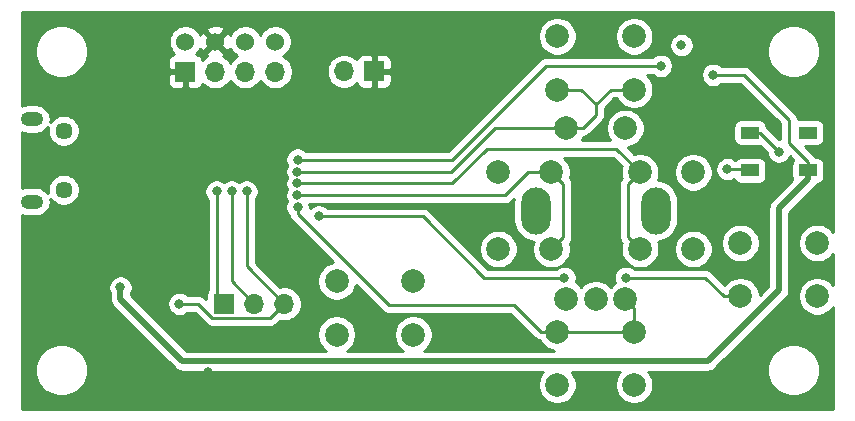
<source format=gbr>
G04 #@! TF.GenerationSoftware,KiCad,Pcbnew,(5.1.5)-3*
G04 #@! TF.CreationDate,2020-02-27T20:47:59-05:00*
G04 #@! TF.ProjectId,V-Naught_Display,562d4e61-7567-4687-945f-446973706c61,rev?*
G04 #@! TF.SameCoordinates,Original*
G04 #@! TF.FileFunction,Copper,L1,Top*
G04 #@! TF.FilePolarity,Positive*
%FSLAX46Y46*%
G04 Gerber Fmt 4.6, Leading zero omitted, Abs format (unit mm)*
G04 Created by KiCad (PCBNEW (5.1.5)-3) date 2020-02-27 20:47:59*
%MOMM*%
%LPD*%
G04 APERTURE LIST*
%ADD10O,1.700000X1.700000*%
%ADD11R,1.700000X1.700000*%
%ADD12C,1.524000*%
%ADD13C,2.000000*%
%ADD14O,2.500000X4.000000*%
%ADD15R,1.500000X1.000000*%
%ADD16O,1.900000X1.200000*%
%ADD17C,1.450000*%
%ADD18C,0.800000*%
%ADD19C,0.250000*%
%ADD20C,0.500000*%
%ADD21C,0.254000*%
G04 APERTURE END LIST*
D10*
X117280000Y-55390000D03*
X114740000Y-55390000D03*
X112200000Y-55390000D03*
D11*
X109660000Y-55390000D03*
D12*
X109660000Y-52850000D03*
X112200000Y-52850000D03*
X114740000Y-52850000D03*
X117280000Y-52850000D03*
D13*
X141920000Y-74650000D03*
X144420000Y-74650000D03*
X146920000Y-74650000D03*
X141920000Y-60150000D03*
X146920000Y-60150000D03*
D14*
X139340000Y-67150000D03*
X149500000Y-67150000D03*
D13*
X163170000Y-69900000D03*
X163170000Y-74400000D03*
X156670000Y-69900000D03*
X156670000Y-74400000D03*
D15*
X162370000Y-63750000D03*
X162370000Y-60550000D03*
X157470000Y-63750000D03*
X157470000Y-60550000D03*
D13*
X122475000Y-73145000D03*
X122475000Y-77645000D03*
X128975000Y-73145000D03*
X128975000Y-77645000D03*
D10*
X123110000Y-55365000D03*
D11*
X125650000Y-55365000D03*
D10*
X118030000Y-75050000D03*
X115490000Y-75050000D03*
D11*
X112950000Y-75050000D03*
D13*
X141170000Y-81900000D03*
X141170000Y-77400000D03*
X147670000Y-81900000D03*
X147670000Y-77400000D03*
X141170000Y-56900000D03*
X141170000Y-52400000D03*
X147670000Y-56900000D03*
X147670000Y-52400000D03*
X152670000Y-70400000D03*
X148170000Y-70400000D03*
X152670000Y-63900000D03*
X148170000Y-63900000D03*
X140670000Y-70400000D03*
X136170000Y-70400000D03*
X140670000Y-63900000D03*
X136170000Y-63900000D03*
D16*
X96682500Y-59400000D03*
X96682500Y-66400000D03*
D17*
X99382500Y-60400000D03*
X99382500Y-65400000D03*
D18*
X151670000Y-53150000D03*
X159920000Y-62150000D03*
X104170000Y-73650000D03*
X154370000Y-55650000D03*
X107882000Y-71138000D03*
X107882000Y-69614000D03*
X118670000Y-61400000D03*
X116760000Y-82035000D03*
X105330000Y-62350000D03*
X111570000Y-80850000D03*
X119160000Y-63850000D03*
X119170000Y-66850000D03*
X119160000Y-65850000D03*
X119160000Y-64850000D03*
X113585000Y-65525000D03*
X112315000Y-65525000D03*
X155570000Y-63650000D03*
X120970000Y-67650000D03*
X141770000Y-72850000D03*
X146970000Y-72850000D03*
X149920000Y-54900000D03*
X119177942Y-62842636D03*
X114855000Y-65525000D03*
X109170000Y-75050000D03*
D19*
X158320000Y-60550000D02*
X157470000Y-60550000D01*
X159920000Y-62150000D02*
X158320000Y-60550000D01*
X162370000Y-63000000D02*
X160770000Y-61400000D01*
X162370000Y-63750000D02*
X162370000Y-63000000D01*
X160770000Y-61400000D02*
X160770000Y-59450000D01*
X160770000Y-59450000D02*
X156970000Y-55650000D01*
X156970000Y-55650000D02*
X154370000Y-55650000D01*
D20*
X153920000Y-79900000D02*
X159920000Y-73900000D01*
X162370000Y-64500000D02*
X162370000Y-63750000D01*
X159920000Y-73900000D02*
X159920000Y-66950000D01*
X159920000Y-66950000D02*
X162370000Y-64500000D01*
X104170000Y-73650000D02*
X104170000Y-74650000D01*
X109420000Y-79900000D02*
X153920000Y-79900000D01*
X104170000Y-74650000D02*
X109420000Y-79900000D01*
D19*
X119160000Y-63850000D02*
X132170000Y-63850000D01*
X135870000Y-60150000D02*
X141920000Y-60150000D01*
X132170000Y-63850000D02*
X135870000Y-60150000D01*
X143334213Y-60150000D02*
X144420000Y-59064213D01*
X141920000Y-60150000D02*
X143334213Y-60150000D01*
X144420000Y-59064213D02*
X144420000Y-58150000D01*
X144420000Y-58150000D02*
X143170000Y-56900000D01*
X143170000Y-56900000D02*
X141170000Y-56900000D01*
X144420000Y-58150000D02*
X145670000Y-56900000D01*
X145670000Y-56900000D02*
X147670000Y-56900000D01*
X142584213Y-77400000D02*
X147670000Y-77400000D01*
X141170000Y-77400000D02*
X142584213Y-77400000D01*
X147670000Y-75400000D02*
X146920000Y-74650000D01*
X147670000Y-77400000D02*
X147670000Y-75400000D01*
X139755787Y-77400000D02*
X141170000Y-77400000D01*
X137505787Y-75150000D02*
X139755787Y-77400000D01*
X126904315Y-75150000D02*
X137505787Y-75150000D01*
X119170000Y-67415685D02*
X126904315Y-75150000D01*
X119170000Y-66850000D02*
X119170000Y-67415685D01*
X140670000Y-63900000D02*
X141170000Y-64400000D01*
X140670000Y-63900000D02*
X141670000Y-64900000D01*
X141669999Y-69400001D02*
X140670000Y-70400000D01*
X141670000Y-64900000D02*
X141669999Y-69400001D01*
X138670000Y-63900000D02*
X140670000Y-63900000D01*
X119160000Y-65850000D02*
X136720000Y-65850000D01*
X136720000Y-65850000D02*
X138670000Y-63900000D01*
X132220000Y-64850000D02*
X135170000Y-61900000D01*
X119160000Y-64850000D02*
X132220000Y-64850000D01*
X146170000Y-61900000D02*
X148170000Y-63900000D01*
X135170000Y-61900000D02*
X146170000Y-61900000D01*
X148170000Y-63900000D02*
X147170000Y-64900000D01*
X147170001Y-69400001D02*
X148170000Y-70400000D01*
X147170000Y-64900000D02*
X147170001Y-69400001D01*
X113585000Y-73145000D02*
X115490000Y-75050000D01*
X113585000Y-65525000D02*
X113585000Y-73145000D01*
X112315000Y-74415000D02*
X112950000Y-75050000D01*
X112315000Y-65525000D02*
X112315000Y-74415000D01*
X157370000Y-63650000D02*
X157470000Y-63750000D01*
X155570000Y-63650000D02*
X157370000Y-63650000D01*
X155255787Y-74400000D02*
X156670000Y-74400000D01*
X153705787Y-72850000D02*
X155255787Y-74400000D01*
X146970000Y-72850000D02*
X153705787Y-72850000D01*
X134970000Y-72850000D02*
X141770000Y-72850000D01*
X120970000Y-67650000D02*
X129770000Y-67650000D01*
X129770000Y-67650000D02*
X134970000Y-72850000D01*
X149920000Y-54900000D02*
X140170000Y-54900000D01*
X140170000Y-54900000D02*
X132227364Y-62842636D01*
X132227364Y-62842636D02*
X119177942Y-62842636D01*
X114855000Y-71875000D02*
X118030000Y-75050000D01*
X114855000Y-65525000D02*
X114855000Y-71875000D01*
X118030000Y-75050000D02*
X116854999Y-76225001D01*
X111945001Y-76225001D02*
X110770000Y-75050000D01*
X116854999Y-76225001D02*
X111945001Y-76225001D01*
X110770000Y-75050000D02*
X109170000Y-75050000D01*
D21*
G36*
X164510001Y-68962531D02*
G01*
X164439987Y-68857748D01*
X164212252Y-68630013D01*
X163944463Y-68451082D01*
X163646912Y-68327832D01*
X163331033Y-68265000D01*
X163008967Y-68265000D01*
X162693088Y-68327832D01*
X162395537Y-68451082D01*
X162127748Y-68630013D01*
X161900013Y-68857748D01*
X161721082Y-69125537D01*
X161597832Y-69423088D01*
X161535000Y-69738967D01*
X161535000Y-70061033D01*
X161597832Y-70376912D01*
X161721082Y-70674463D01*
X161900013Y-70942252D01*
X162127748Y-71169987D01*
X162395537Y-71348918D01*
X162693088Y-71472168D01*
X163008967Y-71535000D01*
X163331033Y-71535000D01*
X163646912Y-71472168D01*
X163944463Y-71348918D01*
X164212252Y-71169987D01*
X164439987Y-70942252D01*
X164510001Y-70837469D01*
X164510001Y-73462531D01*
X164439987Y-73357748D01*
X164212252Y-73130013D01*
X163944463Y-72951082D01*
X163646912Y-72827832D01*
X163331033Y-72765000D01*
X163008967Y-72765000D01*
X162693088Y-72827832D01*
X162395537Y-72951082D01*
X162127748Y-73130013D01*
X161900013Y-73357748D01*
X161721082Y-73625537D01*
X161597832Y-73923088D01*
X161535000Y-74238967D01*
X161535000Y-74561033D01*
X161597832Y-74876912D01*
X161721082Y-75174463D01*
X161900013Y-75442252D01*
X162127748Y-75669987D01*
X162395537Y-75848918D01*
X162693088Y-75972168D01*
X163008967Y-76035000D01*
X163331033Y-76035000D01*
X163646912Y-75972168D01*
X163944463Y-75848918D01*
X164212252Y-75669987D01*
X164439987Y-75442252D01*
X164510001Y-75337469D01*
X164510001Y-83990000D01*
X95830000Y-83990000D01*
X95830000Y-80429872D01*
X96935000Y-80429872D01*
X96935000Y-80870128D01*
X97020890Y-81301925D01*
X97189369Y-81708669D01*
X97433962Y-82074729D01*
X97745271Y-82386038D01*
X98111331Y-82630631D01*
X98518075Y-82799110D01*
X98949872Y-82885000D01*
X99390128Y-82885000D01*
X99821925Y-82799110D01*
X100228669Y-82630631D01*
X100594729Y-82386038D01*
X100906038Y-82074729D01*
X101150631Y-81708669D01*
X101319110Y-81301925D01*
X101405000Y-80870128D01*
X101405000Y-80429872D01*
X101319110Y-79998075D01*
X101150631Y-79591331D01*
X100906038Y-79225271D01*
X100594729Y-78913962D01*
X100228669Y-78669369D01*
X99821925Y-78500890D01*
X99390128Y-78415000D01*
X98949872Y-78415000D01*
X98518075Y-78500890D01*
X98111331Y-78669369D01*
X97745271Y-78913962D01*
X97433962Y-79225271D01*
X97189369Y-79591331D01*
X97020890Y-79998075D01*
X96935000Y-80429872D01*
X95830000Y-80429872D01*
X95830000Y-73548061D01*
X103135000Y-73548061D01*
X103135000Y-73751939D01*
X103174774Y-73951898D01*
X103252795Y-74140256D01*
X103285001Y-74188455D01*
X103285001Y-74606522D01*
X103280719Y-74650000D01*
X103297805Y-74823490D01*
X103348412Y-74990313D01*
X103430590Y-75144059D01*
X103513468Y-75245046D01*
X103513471Y-75245049D01*
X103541184Y-75278817D01*
X103574952Y-75306530D01*
X108763470Y-80495049D01*
X108791183Y-80528817D01*
X108824951Y-80556530D01*
X108824953Y-80556532D01*
X108896452Y-80615210D01*
X108925941Y-80639411D01*
X109079687Y-80721589D01*
X109246510Y-80772195D01*
X109376523Y-80785000D01*
X109376533Y-80785000D01*
X109419999Y-80789281D01*
X109463465Y-80785000D01*
X139972761Y-80785000D01*
X139900013Y-80857748D01*
X139721082Y-81125537D01*
X139597832Y-81423088D01*
X139535000Y-81738967D01*
X139535000Y-82061033D01*
X139597832Y-82376912D01*
X139721082Y-82674463D01*
X139900013Y-82942252D01*
X140127748Y-83169987D01*
X140395537Y-83348918D01*
X140693088Y-83472168D01*
X141008967Y-83535000D01*
X141331033Y-83535000D01*
X141646912Y-83472168D01*
X141944463Y-83348918D01*
X142212252Y-83169987D01*
X142439987Y-82942252D01*
X142618918Y-82674463D01*
X142742168Y-82376912D01*
X142805000Y-82061033D01*
X142805000Y-81738967D01*
X142742168Y-81423088D01*
X142618918Y-81125537D01*
X142439987Y-80857748D01*
X142367239Y-80785000D01*
X146472761Y-80785000D01*
X146400013Y-80857748D01*
X146221082Y-81125537D01*
X146097832Y-81423088D01*
X146035000Y-81738967D01*
X146035000Y-82061033D01*
X146097832Y-82376912D01*
X146221082Y-82674463D01*
X146400013Y-82942252D01*
X146627748Y-83169987D01*
X146895537Y-83348918D01*
X147193088Y-83472168D01*
X147508967Y-83535000D01*
X147831033Y-83535000D01*
X148146912Y-83472168D01*
X148444463Y-83348918D01*
X148712252Y-83169987D01*
X148939987Y-82942252D01*
X149118918Y-82674463D01*
X149242168Y-82376912D01*
X149305000Y-82061033D01*
X149305000Y-81738967D01*
X149242168Y-81423088D01*
X149118918Y-81125537D01*
X148939987Y-80857748D01*
X148867239Y-80785000D01*
X153876531Y-80785000D01*
X153920000Y-80789281D01*
X153963469Y-80785000D01*
X153963477Y-80785000D01*
X154093490Y-80772195D01*
X154260313Y-80721589D01*
X154414059Y-80639411D01*
X154548817Y-80528817D01*
X154576534Y-80495044D01*
X154641706Y-80429872D01*
X158935000Y-80429872D01*
X158935000Y-80870128D01*
X159020890Y-81301925D01*
X159189369Y-81708669D01*
X159433962Y-82074729D01*
X159745271Y-82386038D01*
X160111331Y-82630631D01*
X160518075Y-82799110D01*
X160949872Y-82885000D01*
X161390128Y-82885000D01*
X161821925Y-82799110D01*
X162228669Y-82630631D01*
X162594729Y-82386038D01*
X162906038Y-82074729D01*
X163150631Y-81708669D01*
X163319110Y-81301925D01*
X163405000Y-80870128D01*
X163405000Y-80429872D01*
X163319110Y-79998075D01*
X163150631Y-79591331D01*
X162906038Y-79225271D01*
X162594729Y-78913962D01*
X162228669Y-78669369D01*
X161821925Y-78500890D01*
X161390128Y-78415000D01*
X160949872Y-78415000D01*
X160518075Y-78500890D01*
X160111331Y-78669369D01*
X159745271Y-78913962D01*
X159433962Y-79225271D01*
X159189369Y-79591331D01*
X159020890Y-79998075D01*
X158935000Y-80429872D01*
X154641706Y-80429872D01*
X160515051Y-74556528D01*
X160548817Y-74528817D01*
X160581522Y-74488967D01*
X160659410Y-74394060D01*
X160659411Y-74394059D01*
X160741589Y-74240313D01*
X160792195Y-74073490D01*
X160805000Y-73943477D01*
X160805000Y-73943467D01*
X160809281Y-73900001D01*
X160805000Y-73856535D01*
X160805000Y-67316578D01*
X162965050Y-65156529D01*
X162998817Y-65128817D01*
X163109411Y-64994059D01*
X163168621Y-64883283D01*
X163244482Y-64875812D01*
X163364180Y-64839502D01*
X163474494Y-64780537D01*
X163571185Y-64701185D01*
X163650537Y-64604494D01*
X163709502Y-64494180D01*
X163745812Y-64374482D01*
X163758072Y-64250000D01*
X163758072Y-63250000D01*
X163745812Y-63125518D01*
X163709502Y-63005820D01*
X163650537Y-62895506D01*
X163571185Y-62798815D01*
X163474494Y-62719463D01*
X163364180Y-62660498D01*
X163244482Y-62624188D01*
X163120000Y-62611928D01*
X163024326Y-62611928D01*
X163004974Y-62575724D01*
X162910001Y-62459999D01*
X162881003Y-62436201D01*
X162132874Y-61688072D01*
X163120000Y-61688072D01*
X163244482Y-61675812D01*
X163364180Y-61639502D01*
X163474494Y-61580537D01*
X163571185Y-61501185D01*
X163650537Y-61404494D01*
X163709502Y-61294180D01*
X163745812Y-61174482D01*
X163758072Y-61050000D01*
X163758072Y-60050000D01*
X163745812Y-59925518D01*
X163709502Y-59805820D01*
X163650537Y-59695506D01*
X163571185Y-59598815D01*
X163474494Y-59519463D01*
X163364180Y-59460498D01*
X163244482Y-59424188D01*
X163120000Y-59411928D01*
X161620000Y-59411928D01*
X161530793Y-59420714D01*
X161519003Y-59301014D01*
X161475546Y-59157753D01*
X161404974Y-59025724D01*
X161333799Y-58938997D01*
X161310001Y-58909999D01*
X161281003Y-58886201D01*
X157533804Y-55139003D01*
X157510001Y-55109999D01*
X157394276Y-55015026D01*
X157262247Y-54944454D01*
X157118986Y-54900997D01*
X157007333Y-54890000D01*
X157007322Y-54890000D01*
X156970000Y-54886324D01*
X156932678Y-54890000D01*
X155073711Y-54890000D01*
X155029774Y-54846063D01*
X154860256Y-54732795D01*
X154671898Y-54654774D01*
X154471939Y-54615000D01*
X154268061Y-54615000D01*
X154068102Y-54654774D01*
X153879744Y-54732795D01*
X153710226Y-54846063D01*
X153566063Y-54990226D01*
X153452795Y-55159744D01*
X153374774Y-55348102D01*
X153335000Y-55548061D01*
X153335000Y-55751939D01*
X153374774Y-55951898D01*
X153452795Y-56140256D01*
X153566063Y-56309774D01*
X153710226Y-56453937D01*
X153879744Y-56567205D01*
X154068102Y-56645226D01*
X154268061Y-56685000D01*
X154471939Y-56685000D01*
X154671898Y-56645226D01*
X154860256Y-56567205D01*
X155029774Y-56453937D01*
X155073711Y-56410000D01*
X156655199Y-56410000D01*
X160010001Y-59764803D01*
X160010000Y-61115000D01*
X159959802Y-61115000D01*
X158883804Y-60039003D01*
X158860001Y-60009999D01*
X158853616Y-60004759D01*
X158845812Y-59925518D01*
X158809502Y-59805820D01*
X158750537Y-59695506D01*
X158671185Y-59598815D01*
X158574494Y-59519463D01*
X158464180Y-59460498D01*
X158344482Y-59424188D01*
X158220000Y-59411928D01*
X156720000Y-59411928D01*
X156595518Y-59424188D01*
X156475820Y-59460498D01*
X156365506Y-59519463D01*
X156268815Y-59598815D01*
X156189463Y-59695506D01*
X156130498Y-59805820D01*
X156094188Y-59925518D01*
X156081928Y-60050000D01*
X156081928Y-61050000D01*
X156094188Y-61174482D01*
X156130498Y-61294180D01*
X156189463Y-61404494D01*
X156268815Y-61501185D01*
X156365506Y-61580537D01*
X156475820Y-61639502D01*
X156595518Y-61675812D01*
X156720000Y-61688072D01*
X158220000Y-61688072D01*
X158344482Y-61675812D01*
X158364836Y-61669638D01*
X158885000Y-62189802D01*
X158885000Y-62251939D01*
X158924774Y-62451898D01*
X159002795Y-62640256D01*
X159116063Y-62809774D01*
X159260226Y-62953937D01*
X159429744Y-63067205D01*
X159618102Y-63145226D01*
X159818061Y-63185000D01*
X160021939Y-63185000D01*
X160221898Y-63145226D01*
X160410256Y-63067205D01*
X160579774Y-62953937D01*
X160723937Y-62809774D01*
X160837205Y-62640256D01*
X160865982Y-62570783D01*
X161135098Y-62839899D01*
X161089463Y-62895506D01*
X161030498Y-63005820D01*
X160994188Y-63125518D01*
X160981928Y-63250000D01*
X160981928Y-64250000D01*
X160994188Y-64374482D01*
X161030498Y-64494180D01*
X161063152Y-64555270D01*
X159324951Y-66293471D01*
X159291184Y-66321183D01*
X159263471Y-66354951D01*
X159263468Y-66354954D01*
X159180590Y-66455941D01*
X159098412Y-66609687D01*
X159047805Y-66776510D01*
X159030719Y-66950000D01*
X159035001Y-66993479D01*
X159035000Y-73533421D01*
X158305000Y-74263421D01*
X158305000Y-74238967D01*
X158242168Y-73923088D01*
X158118918Y-73625537D01*
X157939987Y-73357748D01*
X157712252Y-73130013D01*
X157444463Y-72951082D01*
X157146912Y-72827832D01*
X156831033Y-72765000D01*
X156508967Y-72765000D01*
X156193088Y-72827832D01*
X155895537Y-72951082D01*
X155627748Y-73130013D01*
X155400013Y-73357748D01*
X155355282Y-73424693D01*
X154269591Y-72339003D01*
X154245788Y-72309999D01*
X154130063Y-72215026D01*
X153998034Y-72144454D01*
X153854773Y-72100997D01*
X153743120Y-72090000D01*
X153743109Y-72090000D01*
X153705787Y-72086324D01*
X153668465Y-72090000D01*
X147673711Y-72090000D01*
X147629774Y-72046063D01*
X147460256Y-71932795D01*
X147271898Y-71854774D01*
X147071939Y-71815000D01*
X146868061Y-71815000D01*
X146668102Y-71854774D01*
X146479744Y-71932795D01*
X146310226Y-72046063D01*
X146166063Y-72190226D01*
X146052795Y-72359744D01*
X145974774Y-72548102D01*
X145935000Y-72748061D01*
X145935000Y-72951939D01*
X145974774Y-73151898D01*
X146027748Y-73279786D01*
X145877748Y-73380013D01*
X145670000Y-73587761D01*
X145462252Y-73380013D01*
X145194463Y-73201082D01*
X144896912Y-73077832D01*
X144581033Y-73015000D01*
X144258967Y-73015000D01*
X143943088Y-73077832D01*
X143645537Y-73201082D01*
X143377748Y-73380013D01*
X143170000Y-73587761D01*
X142962252Y-73380013D01*
X142733930Y-73227453D01*
X142765226Y-73151898D01*
X142805000Y-72951939D01*
X142805000Y-72748061D01*
X142765226Y-72548102D01*
X142687205Y-72359744D01*
X142573937Y-72190226D01*
X142429774Y-72046063D01*
X142260256Y-71932795D01*
X142071898Y-71854774D01*
X141871939Y-71815000D01*
X141668061Y-71815000D01*
X141468102Y-71854774D01*
X141279744Y-71932795D01*
X141110226Y-72046063D01*
X141066289Y-72090000D01*
X135284802Y-72090000D01*
X133433769Y-70238967D01*
X134535000Y-70238967D01*
X134535000Y-70561033D01*
X134597832Y-70876912D01*
X134721082Y-71174463D01*
X134900013Y-71442252D01*
X135127748Y-71669987D01*
X135395537Y-71848918D01*
X135693088Y-71972168D01*
X136008967Y-72035000D01*
X136331033Y-72035000D01*
X136646912Y-71972168D01*
X136944463Y-71848918D01*
X137212252Y-71669987D01*
X137439987Y-71442252D01*
X137618918Y-71174463D01*
X137742168Y-70876912D01*
X137805000Y-70561033D01*
X137805000Y-70238967D01*
X137742168Y-69923088D01*
X137618918Y-69625537D01*
X137439987Y-69357748D01*
X137212252Y-69130013D01*
X136944463Y-68951082D01*
X136646912Y-68827832D01*
X136331033Y-68765000D01*
X136008967Y-68765000D01*
X135693088Y-68827832D01*
X135395537Y-68951082D01*
X135127748Y-69130013D01*
X134900013Y-69357748D01*
X134721082Y-69625537D01*
X134597832Y-69923088D01*
X134535000Y-70238967D01*
X133433769Y-70238967D01*
X130333804Y-67139003D01*
X130310001Y-67109999D01*
X130194276Y-67015026D01*
X130062247Y-66944454D01*
X129918986Y-66900997D01*
X129807333Y-66890000D01*
X129807322Y-66890000D01*
X129770000Y-66886324D01*
X129732678Y-66890000D01*
X121673711Y-66890000D01*
X121629774Y-66846063D01*
X121460256Y-66732795D01*
X121271898Y-66654774D01*
X121071939Y-66615000D01*
X120868061Y-66615000D01*
X120668102Y-66654774D01*
X120479744Y-66732795D01*
X120310226Y-66846063D01*
X120205000Y-66951289D01*
X120205000Y-66748061D01*
X120177538Y-66610000D01*
X136682678Y-66610000D01*
X136720000Y-66613676D01*
X136757322Y-66610000D01*
X136757333Y-66610000D01*
X136868986Y-66599003D01*
X137012247Y-66555546D01*
X137144276Y-66484974D01*
X137260001Y-66390001D01*
X137283804Y-66360998D01*
X137467848Y-66176953D01*
X137455000Y-66307404D01*
X137455000Y-67992597D01*
X137482275Y-68269524D01*
X137590062Y-68624848D01*
X137765098Y-68952317D01*
X138000656Y-69239345D01*
X138287684Y-69474903D01*
X138615153Y-69649939D01*
X138970477Y-69757725D01*
X139158651Y-69776259D01*
X139097832Y-69923088D01*
X139035000Y-70238967D01*
X139035000Y-70561033D01*
X139097832Y-70876912D01*
X139221082Y-71174463D01*
X139400013Y-71442252D01*
X139627748Y-71669987D01*
X139895537Y-71848918D01*
X140193088Y-71972168D01*
X140508967Y-72035000D01*
X140831033Y-72035000D01*
X141146912Y-71972168D01*
X141444463Y-71848918D01*
X141712252Y-71669987D01*
X141939987Y-71442252D01*
X142118918Y-71174463D01*
X142242168Y-70876912D01*
X142305000Y-70561033D01*
X142305000Y-70238967D01*
X142242168Y-69923088D01*
X142236034Y-69908279D01*
X142304973Y-69824278D01*
X142375545Y-69692248D01*
X142419001Y-69548988D01*
X142433675Y-69400002D01*
X142429998Y-69362670D01*
X142430000Y-64937333D01*
X142433677Y-64900000D01*
X142419003Y-64751014D01*
X142375546Y-64607753D01*
X142304974Y-64475724D01*
X142236034Y-64391720D01*
X142242168Y-64376912D01*
X142305000Y-64061033D01*
X142305000Y-63738967D01*
X142242168Y-63423088D01*
X142118918Y-63125537D01*
X141939987Y-62857748D01*
X141742239Y-62660000D01*
X145855199Y-62660000D01*
X146603823Y-63408624D01*
X146597832Y-63423088D01*
X146535000Y-63738967D01*
X146535000Y-64061033D01*
X146597832Y-64376912D01*
X146603966Y-64391721D01*
X146535026Y-64475724D01*
X146492360Y-64555546D01*
X146464454Y-64607754D01*
X146420997Y-64751015D01*
X146410000Y-64862668D01*
X146410000Y-64862678D01*
X146406324Y-64900000D01*
X146410000Y-64937323D01*
X146410002Y-69362669D01*
X146406325Y-69400001D01*
X146410002Y-69437333D01*
X146410002Y-69437334D01*
X146420999Y-69548987D01*
X146434181Y-69592443D01*
X146464455Y-69692247D01*
X146535027Y-69824277D01*
X146588142Y-69888997D01*
X146603966Y-69908279D01*
X146597832Y-69923088D01*
X146535000Y-70238967D01*
X146535000Y-70561033D01*
X146597832Y-70876912D01*
X146721082Y-71174463D01*
X146900013Y-71442252D01*
X147127748Y-71669987D01*
X147395537Y-71848918D01*
X147693088Y-71972168D01*
X148008967Y-72035000D01*
X148331033Y-72035000D01*
X148646912Y-71972168D01*
X148944463Y-71848918D01*
X149212252Y-71669987D01*
X149439987Y-71442252D01*
X149618918Y-71174463D01*
X149742168Y-70876912D01*
X149805000Y-70561033D01*
X149805000Y-70238967D01*
X151035000Y-70238967D01*
X151035000Y-70561033D01*
X151097832Y-70876912D01*
X151221082Y-71174463D01*
X151400013Y-71442252D01*
X151627748Y-71669987D01*
X151895537Y-71848918D01*
X152193088Y-71972168D01*
X152508967Y-72035000D01*
X152831033Y-72035000D01*
X153146912Y-71972168D01*
X153444463Y-71848918D01*
X153712252Y-71669987D01*
X153939987Y-71442252D01*
X154118918Y-71174463D01*
X154242168Y-70876912D01*
X154305000Y-70561033D01*
X154305000Y-70238967D01*
X154242168Y-69923088D01*
X154165903Y-69738967D01*
X155035000Y-69738967D01*
X155035000Y-70061033D01*
X155097832Y-70376912D01*
X155221082Y-70674463D01*
X155400013Y-70942252D01*
X155627748Y-71169987D01*
X155895537Y-71348918D01*
X156193088Y-71472168D01*
X156508967Y-71535000D01*
X156831033Y-71535000D01*
X157146912Y-71472168D01*
X157444463Y-71348918D01*
X157712252Y-71169987D01*
X157939987Y-70942252D01*
X158118918Y-70674463D01*
X158242168Y-70376912D01*
X158305000Y-70061033D01*
X158305000Y-69738967D01*
X158242168Y-69423088D01*
X158118918Y-69125537D01*
X157939987Y-68857748D01*
X157712252Y-68630013D01*
X157444463Y-68451082D01*
X157146912Y-68327832D01*
X156831033Y-68265000D01*
X156508967Y-68265000D01*
X156193088Y-68327832D01*
X155895537Y-68451082D01*
X155627748Y-68630013D01*
X155400013Y-68857748D01*
X155221082Y-69125537D01*
X155097832Y-69423088D01*
X155035000Y-69738967D01*
X154165903Y-69738967D01*
X154118918Y-69625537D01*
X153939987Y-69357748D01*
X153712252Y-69130013D01*
X153444463Y-68951082D01*
X153146912Y-68827832D01*
X152831033Y-68765000D01*
X152508967Y-68765000D01*
X152193088Y-68827832D01*
X151895537Y-68951082D01*
X151627748Y-69130013D01*
X151400013Y-69357748D01*
X151221082Y-69625537D01*
X151097832Y-69923088D01*
X151035000Y-70238967D01*
X149805000Y-70238967D01*
X149742168Y-69923088D01*
X149681349Y-69776259D01*
X149869523Y-69757725D01*
X150224847Y-69649939D01*
X150552317Y-69474903D01*
X150839345Y-69239345D01*
X151074903Y-68952317D01*
X151249939Y-68624848D01*
X151357725Y-68269524D01*
X151385000Y-67992597D01*
X151385000Y-66307403D01*
X151357725Y-66030476D01*
X151249939Y-65675152D01*
X151074903Y-65347683D01*
X150839345Y-65060655D01*
X150552317Y-64825097D01*
X150224848Y-64650061D01*
X149869524Y-64542275D01*
X149681349Y-64523741D01*
X149742168Y-64376912D01*
X149805000Y-64061033D01*
X149805000Y-63738967D01*
X151035000Y-63738967D01*
X151035000Y-64061033D01*
X151097832Y-64376912D01*
X151221082Y-64674463D01*
X151400013Y-64942252D01*
X151627748Y-65169987D01*
X151895537Y-65348918D01*
X152193088Y-65472168D01*
X152508967Y-65535000D01*
X152831033Y-65535000D01*
X153146912Y-65472168D01*
X153444463Y-65348918D01*
X153712252Y-65169987D01*
X153939987Y-64942252D01*
X154118918Y-64674463D01*
X154242168Y-64376912D01*
X154305000Y-64061033D01*
X154305000Y-63738967D01*
X154267027Y-63548061D01*
X154535000Y-63548061D01*
X154535000Y-63751939D01*
X154574774Y-63951898D01*
X154652795Y-64140256D01*
X154766063Y-64309774D01*
X154910226Y-64453937D01*
X155079744Y-64567205D01*
X155268102Y-64645226D01*
X155468061Y-64685000D01*
X155671939Y-64685000D01*
X155871898Y-64645226D01*
X156060256Y-64567205D01*
X156140774Y-64513405D01*
X156189463Y-64604494D01*
X156268815Y-64701185D01*
X156365506Y-64780537D01*
X156475820Y-64839502D01*
X156595518Y-64875812D01*
X156720000Y-64888072D01*
X158220000Y-64888072D01*
X158344482Y-64875812D01*
X158464180Y-64839502D01*
X158574494Y-64780537D01*
X158671185Y-64701185D01*
X158750537Y-64604494D01*
X158809502Y-64494180D01*
X158845812Y-64374482D01*
X158858072Y-64250000D01*
X158858072Y-63250000D01*
X158845812Y-63125518D01*
X158809502Y-63005820D01*
X158750537Y-62895506D01*
X158671185Y-62798815D01*
X158574494Y-62719463D01*
X158464180Y-62660498D01*
X158344482Y-62624188D01*
X158220000Y-62611928D01*
X156720000Y-62611928D01*
X156595518Y-62624188D01*
X156475820Y-62660498D01*
X156365506Y-62719463D01*
X156268815Y-62798815D01*
X156229920Y-62846209D01*
X156229774Y-62846063D01*
X156060256Y-62732795D01*
X155871898Y-62654774D01*
X155671939Y-62615000D01*
X155468061Y-62615000D01*
X155268102Y-62654774D01*
X155079744Y-62732795D01*
X154910226Y-62846063D01*
X154766063Y-62990226D01*
X154652795Y-63159744D01*
X154574774Y-63348102D01*
X154535000Y-63548061D01*
X154267027Y-63548061D01*
X154242168Y-63423088D01*
X154118918Y-63125537D01*
X153939987Y-62857748D01*
X153712252Y-62630013D01*
X153444463Y-62451082D01*
X153146912Y-62327832D01*
X152831033Y-62265000D01*
X152508967Y-62265000D01*
X152193088Y-62327832D01*
X151895537Y-62451082D01*
X151627748Y-62630013D01*
X151400013Y-62857748D01*
X151221082Y-63125537D01*
X151097832Y-63423088D01*
X151035000Y-63738967D01*
X149805000Y-63738967D01*
X149742168Y-63423088D01*
X149618918Y-63125537D01*
X149439987Y-62857748D01*
X149212252Y-62630013D01*
X148944463Y-62451082D01*
X148646912Y-62327832D01*
X148331033Y-62265000D01*
X148008967Y-62265000D01*
X147693088Y-62327832D01*
X147678624Y-62333823D01*
X147121710Y-61776909D01*
X147396912Y-61722168D01*
X147694463Y-61598918D01*
X147962252Y-61419987D01*
X148189987Y-61192252D01*
X148368918Y-60924463D01*
X148492168Y-60626912D01*
X148555000Y-60311033D01*
X148555000Y-59988967D01*
X148492168Y-59673088D01*
X148368918Y-59375537D01*
X148189987Y-59107748D01*
X147962252Y-58880013D01*
X147694463Y-58701082D01*
X147396912Y-58577832D01*
X147081033Y-58515000D01*
X146758967Y-58515000D01*
X146443088Y-58577832D01*
X146145537Y-58701082D01*
X145877748Y-58880013D01*
X145650013Y-59107748D01*
X145471082Y-59375537D01*
X145347832Y-59673088D01*
X145285000Y-59988967D01*
X145285000Y-60311033D01*
X145347832Y-60626912D01*
X145471082Y-60924463D01*
X145615099Y-61140000D01*
X143224901Y-61140000D01*
X143368918Y-60924463D01*
X143375052Y-60909655D01*
X143483199Y-60899003D01*
X143626460Y-60855546D01*
X143758489Y-60784974D01*
X143874214Y-60690001D01*
X143898017Y-60660998D01*
X144931004Y-59628011D01*
X144960001Y-59604214D01*
X145054974Y-59488489D01*
X145125546Y-59356460D01*
X145169003Y-59213199D01*
X145180000Y-59101546D01*
X145180000Y-59101538D01*
X145183676Y-59064213D01*
X145180000Y-59026888D01*
X145180000Y-58464801D01*
X145984802Y-57660000D01*
X146215091Y-57660000D01*
X146221082Y-57674463D01*
X146400013Y-57942252D01*
X146627748Y-58169987D01*
X146895537Y-58348918D01*
X147193088Y-58472168D01*
X147508967Y-58535000D01*
X147831033Y-58535000D01*
X148146912Y-58472168D01*
X148444463Y-58348918D01*
X148712252Y-58169987D01*
X148939987Y-57942252D01*
X149118918Y-57674463D01*
X149242168Y-57376912D01*
X149305000Y-57061033D01*
X149305000Y-56738967D01*
X149242168Y-56423088D01*
X149118918Y-56125537D01*
X148939987Y-55857748D01*
X148742239Y-55660000D01*
X149216289Y-55660000D01*
X149260226Y-55703937D01*
X149429744Y-55817205D01*
X149618102Y-55895226D01*
X149818061Y-55935000D01*
X150021939Y-55935000D01*
X150221898Y-55895226D01*
X150410256Y-55817205D01*
X150579774Y-55703937D01*
X150723937Y-55559774D01*
X150837205Y-55390256D01*
X150915226Y-55201898D01*
X150955000Y-55001939D01*
X150955000Y-54798061D01*
X150915226Y-54598102D01*
X150837205Y-54409744D01*
X150723937Y-54240226D01*
X150579774Y-54096063D01*
X150410256Y-53982795D01*
X150221898Y-53904774D01*
X150021939Y-53865000D01*
X149818061Y-53865000D01*
X149618102Y-53904774D01*
X149429744Y-53982795D01*
X149260226Y-54096063D01*
X149216289Y-54140000D01*
X140207333Y-54140000D01*
X140170000Y-54136323D01*
X140132667Y-54140000D01*
X140021014Y-54150997D01*
X139877753Y-54194454D01*
X139745724Y-54265026D01*
X139629999Y-54359999D01*
X139606201Y-54388997D01*
X131912563Y-62082636D01*
X119881653Y-62082636D01*
X119837716Y-62038699D01*
X119668198Y-61925431D01*
X119479840Y-61847410D01*
X119279881Y-61807636D01*
X119076003Y-61807636D01*
X118876044Y-61847410D01*
X118687686Y-61925431D01*
X118518168Y-62038699D01*
X118374005Y-62182862D01*
X118260737Y-62352380D01*
X118182716Y-62540738D01*
X118142942Y-62740697D01*
X118142942Y-62944575D01*
X118182716Y-63144534D01*
X118260737Y-63332892D01*
X118242795Y-63359744D01*
X118164774Y-63548102D01*
X118125000Y-63748061D01*
X118125000Y-63951939D01*
X118164774Y-64151898D01*
X118242795Y-64340256D01*
X118249306Y-64350000D01*
X118242795Y-64359744D01*
X118164774Y-64548102D01*
X118125000Y-64748061D01*
X118125000Y-64951939D01*
X118164774Y-65151898D01*
X118242795Y-65340256D01*
X118249306Y-65350000D01*
X118242795Y-65359744D01*
X118164774Y-65548102D01*
X118125000Y-65748061D01*
X118125000Y-65951939D01*
X118164774Y-66151898D01*
X118242795Y-66340256D01*
X118254306Y-66357483D01*
X118252795Y-66359744D01*
X118174774Y-66548102D01*
X118135000Y-66748061D01*
X118135000Y-66951939D01*
X118174774Y-67151898D01*
X118252795Y-67340256D01*
X118366063Y-67509774D01*
X118421013Y-67564724D01*
X118464454Y-67707932D01*
X118487977Y-67751939D01*
X118535026Y-67839961D01*
X118606201Y-67926687D01*
X118630000Y-67955686D01*
X118658998Y-67979484D01*
X122210162Y-71530648D01*
X121998088Y-71572832D01*
X121700537Y-71696082D01*
X121432748Y-71875013D01*
X121205013Y-72102748D01*
X121026082Y-72370537D01*
X120902832Y-72668088D01*
X120840000Y-72983967D01*
X120840000Y-73306033D01*
X120902832Y-73621912D01*
X121026082Y-73919463D01*
X121205013Y-74187252D01*
X121432748Y-74414987D01*
X121700537Y-74593918D01*
X121998088Y-74717168D01*
X122313967Y-74780000D01*
X122636033Y-74780000D01*
X122951912Y-74717168D01*
X123249463Y-74593918D01*
X123517252Y-74414987D01*
X123744987Y-74187252D01*
X123923918Y-73919463D01*
X124047168Y-73621912D01*
X124089352Y-73409839D01*
X126340515Y-75661002D01*
X126364314Y-75690001D01*
X126480039Y-75784974D01*
X126612068Y-75855546D01*
X126755329Y-75899003D01*
X126866982Y-75910000D01*
X126866991Y-75910000D01*
X126904314Y-75913676D01*
X126941637Y-75910000D01*
X137190986Y-75910000D01*
X139191988Y-77911003D01*
X139215786Y-77940001D01*
X139244784Y-77963799D01*
X139331511Y-78034974D01*
X139463540Y-78105546D01*
X139606801Y-78149003D01*
X139714948Y-78159655D01*
X139721082Y-78174463D01*
X139900013Y-78442252D01*
X140127748Y-78669987D01*
X140395537Y-78848918D01*
X140693088Y-78972168D01*
X140908420Y-79015000D01*
X129867572Y-79015000D01*
X130017252Y-78914987D01*
X130244987Y-78687252D01*
X130423918Y-78419463D01*
X130547168Y-78121912D01*
X130610000Y-77806033D01*
X130610000Y-77483967D01*
X130547168Y-77168088D01*
X130423918Y-76870537D01*
X130244987Y-76602748D01*
X130017252Y-76375013D01*
X129749463Y-76196082D01*
X129451912Y-76072832D01*
X129136033Y-76010000D01*
X128813967Y-76010000D01*
X128498088Y-76072832D01*
X128200537Y-76196082D01*
X127932748Y-76375013D01*
X127705013Y-76602748D01*
X127526082Y-76870537D01*
X127402832Y-77168088D01*
X127340000Y-77483967D01*
X127340000Y-77806033D01*
X127402832Y-78121912D01*
X127526082Y-78419463D01*
X127705013Y-78687252D01*
X127932748Y-78914987D01*
X128082428Y-79015000D01*
X123367572Y-79015000D01*
X123517252Y-78914987D01*
X123744987Y-78687252D01*
X123923918Y-78419463D01*
X124047168Y-78121912D01*
X124110000Y-77806033D01*
X124110000Y-77483967D01*
X124047168Y-77168088D01*
X123923918Y-76870537D01*
X123744987Y-76602748D01*
X123517252Y-76375013D01*
X123249463Y-76196082D01*
X122951912Y-76072832D01*
X122636033Y-76010000D01*
X122313967Y-76010000D01*
X121998088Y-76072832D01*
X121700537Y-76196082D01*
X121432748Y-76375013D01*
X121205013Y-76602748D01*
X121026082Y-76870537D01*
X120902832Y-77168088D01*
X120840000Y-77483967D01*
X120840000Y-77806033D01*
X120902832Y-78121912D01*
X121026082Y-78419463D01*
X121205013Y-78687252D01*
X121432748Y-78914987D01*
X121582428Y-79015000D01*
X109786579Y-79015000D01*
X105719640Y-74948061D01*
X108135000Y-74948061D01*
X108135000Y-75151939D01*
X108174774Y-75351898D01*
X108252795Y-75540256D01*
X108366063Y-75709774D01*
X108510226Y-75853937D01*
X108679744Y-75967205D01*
X108868102Y-76045226D01*
X109068061Y-76085000D01*
X109271939Y-76085000D01*
X109471898Y-76045226D01*
X109660256Y-75967205D01*
X109829774Y-75853937D01*
X109873711Y-75810000D01*
X110455199Y-75810000D01*
X111381202Y-76736004D01*
X111405000Y-76765002D01*
X111520725Y-76859975D01*
X111652754Y-76930547D01*
X111796015Y-76974004D01*
X111907668Y-76985001D01*
X111907677Y-76985001D01*
X111945000Y-76988677D01*
X111982323Y-76985001D01*
X116817677Y-76985001D01*
X116854999Y-76988677D01*
X116892321Y-76985001D01*
X116892332Y-76985001D01*
X117003985Y-76974004D01*
X117147246Y-76930547D01*
X117279275Y-76859975D01*
X117395000Y-76765002D01*
X117418803Y-76735998D01*
X117663592Y-76491209D01*
X117883740Y-76535000D01*
X118176260Y-76535000D01*
X118463158Y-76477932D01*
X118733411Y-76365990D01*
X118976632Y-76203475D01*
X119183475Y-75996632D01*
X119345990Y-75753411D01*
X119457932Y-75483158D01*
X119515000Y-75196260D01*
X119515000Y-74903740D01*
X119457932Y-74616842D01*
X119345990Y-74346589D01*
X119183475Y-74103368D01*
X118976632Y-73896525D01*
X118733411Y-73734010D01*
X118463158Y-73622068D01*
X118176260Y-73565000D01*
X117883740Y-73565000D01*
X117663592Y-73608790D01*
X115615000Y-71560199D01*
X115615000Y-66228711D01*
X115658937Y-66184774D01*
X115772205Y-66015256D01*
X115850226Y-65826898D01*
X115890000Y-65626939D01*
X115890000Y-65423061D01*
X115850226Y-65223102D01*
X115772205Y-65034744D01*
X115658937Y-64865226D01*
X115514774Y-64721063D01*
X115345256Y-64607795D01*
X115156898Y-64529774D01*
X114956939Y-64490000D01*
X114753061Y-64490000D01*
X114553102Y-64529774D01*
X114364744Y-64607795D01*
X114220000Y-64704510D01*
X114075256Y-64607795D01*
X113886898Y-64529774D01*
X113686939Y-64490000D01*
X113483061Y-64490000D01*
X113283102Y-64529774D01*
X113094744Y-64607795D01*
X112950000Y-64704510D01*
X112805256Y-64607795D01*
X112616898Y-64529774D01*
X112416939Y-64490000D01*
X112213061Y-64490000D01*
X112013102Y-64529774D01*
X111824744Y-64607795D01*
X111655226Y-64721063D01*
X111511063Y-64865226D01*
X111397795Y-65034744D01*
X111319774Y-65223102D01*
X111280000Y-65423061D01*
X111280000Y-65626939D01*
X111319774Y-65826898D01*
X111397795Y-66015256D01*
X111511063Y-66184774D01*
X111555000Y-66228711D01*
X111555001Y-73872562D01*
X111510498Y-73955820D01*
X111474188Y-74075518D01*
X111461928Y-74200000D01*
X111461928Y-74667127D01*
X111333804Y-74539003D01*
X111310001Y-74509999D01*
X111194276Y-74415026D01*
X111062247Y-74344454D01*
X110918986Y-74300997D01*
X110807333Y-74290000D01*
X110807322Y-74290000D01*
X110770000Y-74286324D01*
X110732678Y-74290000D01*
X109873711Y-74290000D01*
X109829774Y-74246063D01*
X109660256Y-74132795D01*
X109471898Y-74054774D01*
X109271939Y-74015000D01*
X109068061Y-74015000D01*
X108868102Y-74054774D01*
X108679744Y-74132795D01*
X108510226Y-74246063D01*
X108366063Y-74390226D01*
X108252795Y-74559744D01*
X108174774Y-74748102D01*
X108135000Y-74948061D01*
X105719640Y-74948061D01*
X105055000Y-74283422D01*
X105055000Y-74188454D01*
X105087205Y-74140256D01*
X105165226Y-73951898D01*
X105205000Y-73751939D01*
X105205000Y-73548061D01*
X105165226Y-73348102D01*
X105087205Y-73159744D01*
X104973937Y-72990226D01*
X104829774Y-72846063D01*
X104660256Y-72732795D01*
X104471898Y-72654774D01*
X104271939Y-72615000D01*
X104068061Y-72615000D01*
X103868102Y-72654774D01*
X103679744Y-72732795D01*
X103510226Y-72846063D01*
X103366063Y-72990226D01*
X103252795Y-73159744D01*
X103174774Y-73348102D01*
X103135000Y-73548061D01*
X95830000Y-73548061D01*
X95830000Y-67531759D01*
X95857599Y-67546511D01*
X96090398Y-67617130D01*
X96271835Y-67635000D01*
X97093165Y-67635000D01*
X97274602Y-67617130D01*
X97507401Y-67546511D01*
X97721949Y-67431833D01*
X97910002Y-67277502D01*
X98064333Y-67089449D01*
X98179011Y-66874901D01*
X98249630Y-66642102D01*
X98273475Y-66400000D01*
X98249630Y-66157898D01*
X98246617Y-66147965D01*
X98326119Y-66266949D01*
X98515551Y-66456381D01*
X98738299Y-66605216D01*
X98985803Y-66707736D01*
X99248552Y-66760000D01*
X99516448Y-66760000D01*
X99779197Y-66707736D01*
X100026701Y-66605216D01*
X100249449Y-66456381D01*
X100438881Y-66266949D01*
X100587716Y-66044201D01*
X100690236Y-65796697D01*
X100742500Y-65533948D01*
X100742500Y-65266052D01*
X100690236Y-65003303D01*
X100587716Y-64755799D01*
X100438881Y-64533051D01*
X100249449Y-64343619D01*
X100026701Y-64194784D01*
X99779197Y-64092264D01*
X99516448Y-64040000D01*
X99248552Y-64040000D01*
X98985803Y-64092264D01*
X98738299Y-64194784D01*
X98515551Y-64343619D01*
X98326119Y-64533051D01*
X98177284Y-64755799D01*
X98074764Y-65003303D01*
X98022500Y-65266052D01*
X98022500Y-65533948D01*
X98055484Y-65699768D01*
X97910002Y-65522498D01*
X97721949Y-65368167D01*
X97507401Y-65253489D01*
X97274602Y-65182870D01*
X97093165Y-65165000D01*
X96271835Y-65165000D01*
X96090398Y-65182870D01*
X95857599Y-65253489D01*
X95830000Y-65268241D01*
X95830000Y-60531759D01*
X95857599Y-60546511D01*
X96090398Y-60617130D01*
X96271835Y-60635000D01*
X97093165Y-60635000D01*
X97274602Y-60617130D01*
X97507401Y-60546511D01*
X97721949Y-60431833D01*
X97910002Y-60277502D01*
X98055484Y-60100232D01*
X98022500Y-60266052D01*
X98022500Y-60533948D01*
X98074764Y-60796697D01*
X98177284Y-61044201D01*
X98326119Y-61266949D01*
X98515551Y-61456381D01*
X98738299Y-61605216D01*
X98985803Y-61707736D01*
X99248552Y-61760000D01*
X99516448Y-61760000D01*
X99779197Y-61707736D01*
X100026701Y-61605216D01*
X100249449Y-61456381D01*
X100438881Y-61266949D01*
X100587716Y-61044201D01*
X100690236Y-60796697D01*
X100742500Y-60533948D01*
X100742500Y-60266052D01*
X100690236Y-60003303D01*
X100587716Y-59755799D01*
X100438881Y-59533051D01*
X100249449Y-59343619D01*
X100026701Y-59194784D01*
X99779197Y-59092264D01*
X99516448Y-59040000D01*
X99248552Y-59040000D01*
X98985803Y-59092264D01*
X98738299Y-59194784D01*
X98515551Y-59343619D01*
X98326119Y-59533051D01*
X98246617Y-59652035D01*
X98249630Y-59642102D01*
X98273475Y-59400000D01*
X98249630Y-59157898D01*
X98179011Y-58925099D01*
X98064333Y-58710551D01*
X97910002Y-58522498D01*
X97721949Y-58368167D01*
X97507401Y-58253489D01*
X97274602Y-58182870D01*
X97093165Y-58165000D01*
X96271835Y-58165000D01*
X96090398Y-58182870D01*
X95857599Y-58253489D01*
X95830000Y-58268241D01*
X95830000Y-56240000D01*
X108171928Y-56240000D01*
X108184188Y-56364482D01*
X108220498Y-56484180D01*
X108279463Y-56594494D01*
X108358815Y-56691185D01*
X108455506Y-56770537D01*
X108565820Y-56829502D01*
X108685518Y-56865812D01*
X108810000Y-56878072D01*
X109374250Y-56875000D01*
X109533000Y-56716250D01*
X109533000Y-55517000D01*
X108333750Y-55517000D01*
X108175000Y-55675750D01*
X108171928Y-56240000D01*
X95830000Y-56240000D01*
X95830000Y-53429872D01*
X96935000Y-53429872D01*
X96935000Y-53870128D01*
X97020890Y-54301925D01*
X97189369Y-54708669D01*
X97433962Y-55074729D01*
X97745271Y-55386038D01*
X98111331Y-55630631D01*
X98518075Y-55799110D01*
X98949872Y-55885000D01*
X99390128Y-55885000D01*
X99821925Y-55799110D01*
X100228669Y-55630631D01*
X100594729Y-55386038D01*
X100906038Y-55074729D01*
X101150631Y-54708669D01*
X101220496Y-54540000D01*
X108171928Y-54540000D01*
X108175000Y-55104250D01*
X108333750Y-55263000D01*
X109533000Y-55263000D01*
X109533000Y-55243000D01*
X109787000Y-55243000D01*
X109787000Y-55263000D01*
X109807000Y-55263000D01*
X109807000Y-55517000D01*
X109787000Y-55517000D01*
X109787000Y-56716250D01*
X109945750Y-56875000D01*
X110510000Y-56878072D01*
X110634482Y-56865812D01*
X110754180Y-56829502D01*
X110864494Y-56770537D01*
X110961185Y-56691185D01*
X111040537Y-56594494D01*
X111099502Y-56484180D01*
X111121513Y-56411620D01*
X111253368Y-56543475D01*
X111496589Y-56705990D01*
X111766842Y-56817932D01*
X112053740Y-56875000D01*
X112346260Y-56875000D01*
X112633158Y-56817932D01*
X112903411Y-56705990D01*
X113146632Y-56543475D01*
X113353475Y-56336632D01*
X113470000Y-56162240D01*
X113586525Y-56336632D01*
X113793368Y-56543475D01*
X114036589Y-56705990D01*
X114306842Y-56817932D01*
X114593740Y-56875000D01*
X114886260Y-56875000D01*
X115173158Y-56817932D01*
X115443411Y-56705990D01*
X115686632Y-56543475D01*
X115893475Y-56336632D01*
X116010000Y-56162240D01*
X116126525Y-56336632D01*
X116333368Y-56543475D01*
X116576589Y-56705990D01*
X116846842Y-56817932D01*
X117133740Y-56875000D01*
X117426260Y-56875000D01*
X117713158Y-56817932D01*
X117983411Y-56705990D01*
X118226632Y-56543475D01*
X118433475Y-56336632D01*
X118595990Y-56093411D01*
X118707932Y-55823158D01*
X118765000Y-55536260D01*
X118765000Y-55243740D01*
X118760028Y-55218740D01*
X121625000Y-55218740D01*
X121625000Y-55511260D01*
X121682068Y-55798158D01*
X121794010Y-56068411D01*
X121956525Y-56311632D01*
X122163368Y-56518475D01*
X122406589Y-56680990D01*
X122676842Y-56792932D01*
X122963740Y-56850000D01*
X123256260Y-56850000D01*
X123543158Y-56792932D01*
X123813411Y-56680990D01*
X124056632Y-56518475D01*
X124188487Y-56386620D01*
X124210498Y-56459180D01*
X124269463Y-56569494D01*
X124348815Y-56666185D01*
X124445506Y-56745537D01*
X124555820Y-56804502D01*
X124675518Y-56840812D01*
X124800000Y-56853072D01*
X125364250Y-56850000D01*
X125523000Y-56691250D01*
X125523000Y-55492000D01*
X125777000Y-55492000D01*
X125777000Y-56691250D01*
X125935750Y-56850000D01*
X126500000Y-56853072D01*
X126624482Y-56840812D01*
X126744180Y-56804502D01*
X126854494Y-56745537D01*
X126951185Y-56666185D01*
X127030537Y-56569494D01*
X127089502Y-56459180D01*
X127125812Y-56339482D01*
X127138072Y-56215000D01*
X127135000Y-55650750D01*
X126976250Y-55492000D01*
X125777000Y-55492000D01*
X125523000Y-55492000D01*
X125503000Y-55492000D01*
X125503000Y-55238000D01*
X125523000Y-55238000D01*
X125523000Y-54038750D01*
X125777000Y-54038750D01*
X125777000Y-55238000D01*
X126976250Y-55238000D01*
X127135000Y-55079250D01*
X127138072Y-54515000D01*
X127125812Y-54390518D01*
X127089502Y-54270820D01*
X127030537Y-54160506D01*
X126951185Y-54063815D01*
X126854494Y-53984463D01*
X126744180Y-53925498D01*
X126624482Y-53889188D01*
X126500000Y-53876928D01*
X125935750Y-53880000D01*
X125777000Y-54038750D01*
X125523000Y-54038750D01*
X125364250Y-53880000D01*
X124800000Y-53876928D01*
X124675518Y-53889188D01*
X124555820Y-53925498D01*
X124445506Y-53984463D01*
X124348815Y-54063815D01*
X124269463Y-54160506D01*
X124210498Y-54270820D01*
X124188487Y-54343380D01*
X124056632Y-54211525D01*
X123813411Y-54049010D01*
X123543158Y-53937068D01*
X123256260Y-53880000D01*
X122963740Y-53880000D01*
X122676842Y-53937068D01*
X122406589Y-54049010D01*
X122163368Y-54211525D01*
X121956525Y-54418368D01*
X121794010Y-54661589D01*
X121682068Y-54931842D01*
X121625000Y-55218740D01*
X118760028Y-55218740D01*
X118707932Y-54956842D01*
X118595990Y-54686589D01*
X118433475Y-54443368D01*
X118226632Y-54236525D01*
X117983411Y-54074010D01*
X117970608Y-54068707D01*
X118170535Y-53935120D01*
X118365120Y-53740535D01*
X118518005Y-53511727D01*
X118623314Y-53257490D01*
X118677000Y-52987592D01*
X118677000Y-52712408D01*
X118623314Y-52442510D01*
X118539004Y-52238967D01*
X139535000Y-52238967D01*
X139535000Y-52561033D01*
X139597832Y-52876912D01*
X139721082Y-53174463D01*
X139900013Y-53442252D01*
X140127748Y-53669987D01*
X140395537Y-53848918D01*
X140693088Y-53972168D01*
X141008967Y-54035000D01*
X141331033Y-54035000D01*
X141646912Y-53972168D01*
X141944463Y-53848918D01*
X142212252Y-53669987D01*
X142439987Y-53442252D01*
X142618918Y-53174463D01*
X142742168Y-52876912D01*
X142805000Y-52561033D01*
X142805000Y-52238967D01*
X146035000Y-52238967D01*
X146035000Y-52561033D01*
X146097832Y-52876912D01*
X146221082Y-53174463D01*
X146400013Y-53442252D01*
X146627748Y-53669987D01*
X146895537Y-53848918D01*
X147193088Y-53972168D01*
X147508967Y-54035000D01*
X147831033Y-54035000D01*
X148146912Y-53972168D01*
X148444463Y-53848918D01*
X148712252Y-53669987D01*
X148939987Y-53442252D01*
X149118918Y-53174463D01*
X149171275Y-53048061D01*
X150635000Y-53048061D01*
X150635000Y-53251939D01*
X150674774Y-53451898D01*
X150752795Y-53640256D01*
X150866063Y-53809774D01*
X151010226Y-53953937D01*
X151179744Y-54067205D01*
X151368102Y-54145226D01*
X151568061Y-54185000D01*
X151771939Y-54185000D01*
X151971898Y-54145226D01*
X152160256Y-54067205D01*
X152329774Y-53953937D01*
X152473937Y-53809774D01*
X152587205Y-53640256D01*
X152665226Y-53451898D01*
X152669607Y-53429872D01*
X158935000Y-53429872D01*
X158935000Y-53870128D01*
X159020890Y-54301925D01*
X159189369Y-54708669D01*
X159433962Y-55074729D01*
X159745271Y-55386038D01*
X160111331Y-55630631D01*
X160518075Y-55799110D01*
X160949872Y-55885000D01*
X161390128Y-55885000D01*
X161821925Y-55799110D01*
X162228669Y-55630631D01*
X162594729Y-55386038D01*
X162906038Y-55074729D01*
X163150631Y-54708669D01*
X163319110Y-54301925D01*
X163405000Y-53870128D01*
X163405000Y-53429872D01*
X163319110Y-52998075D01*
X163150631Y-52591331D01*
X162906038Y-52225271D01*
X162594729Y-51913962D01*
X162228669Y-51669369D01*
X161821925Y-51500890D01*
X161390128Y-51415000D01*
X160949872Y-51415000D01*
X160518075Y-51500890D01*
X160111331Y-51669369D01*
X159745271Y-51913962D01*
X159433962Y-52225271D01*
X159189369Y-52591331D01*
X159020890Y-52998075D01*
X158935000Y-53429872D01*
X152669607Y-53429872D01*
X152705000Y-53251939D01*
X152705000Y-53048061D01*
X152665226Y-52848102D01*
X152587205Y-52659744D01*
X152473937Y-52490226D01*
X152329774Y-52346063D01*
X152160256Y-52232795D01*
X151971898Y-52154774D01*
X151771939Y-52115000D01*
X151568061Y-52115000D01*
X151368102Y-52154774D01*
X151179744Y-52232795D01*
X151010226Y-52346063D01*
X150866063Y-52490226D01*
X150752795Y-52659744D01*
X150674774Y-52848102D01*
X150635000Y-53048061D01*
X149171275Y-53048061D01*
X149242168Y-52876912D01*
X149305000Y-52561033D01*
X149305000Y-52238967D01*
X149242168Y-51923088D01*
X149118918Y-51625537D01*
X148939987Y-51357748D01*
X148712252Y-51130013D01*
X148444463Y-50951082D01*
X148146912Y-50827832D01*
X147831033Y-50765000D01*
X147508967Y-50765000D01*
X147193088Y-50827832D01*
X146895537Y-50951082D01*
X146627748Y-51130013D01*
X146400013Y-51357748D01*
X146221082Y-51625537D01*
X146097832Y-51923088D01*
X146035000Y-52238967D01*
X142805000Y-52238967D01*
X142742168Y-51923088D01*
X142618918Y-51625537D01*
X142439987Y-51357748D01*
X142212252Y-51130013D01*
X141944463Y-50951082D01*
X141646912Y-50827832D01*
X141331033Y-50765000D01*
X141008967Y-50765000D01*
X140693088Y-50827832D01*
X140395537Y-50951082D01*
X140127748Y-51130013D01*
X139900013Y-51357748D01*
X139721082Y-51625537D01*
X139597832Y-51923088D01*
X139535000Y-52238967D01*
X118539004Y-52238967D01*
X118518005Y-52188273D01*
X118365120Y-51959465D01*
X118170535Y-51764880D01*
X117941727Y-51611995D01*
X117687490Y-51506686D01*
X117417592Y-51453000D01*
X117142408Y-51453000D01*
X116872510Y-51506686D01*
X116618273Y-51611995D01*
X116389465Y-51764880D01*
X116194880Y-51959465D01*
X116041995Y-52188273D01*
X116010000Y-52265515D01*
X115978005Y-52188273D01*
X115825120Y-51959465D01*
X115630535Y-51764880D01*
X115401727Y-51611995D01*
X115147490Y-51506686D01*
X114877592Y-51453000D01*
X114602408Y-51453000D01*
X114332510Y-51506686D01*
X114078273Y-51611995D01*
X113849465Y-51764880D01*
X113654880Y-51959465D01*
X113501995Y-52188273D01*
X113472308Y-52259943D01*
X113467636Y-52246977D01*
X113405656Y-52131020D01*
X113165565Y-52064040D01*
X112379605Y-52850000D01*
X113165565Y-53635960D01*
X113405656Y-53568980D01*
X113469485Y-53433240D01*
X113501995Y-53511727D01*
X113654880Y-53740535D01*
X113849465Y-53935120D01*
X114049392Y-54068707D01*
X114036589Y-54074010D01*
X113793368Y-54236525D01*
X113586525Y-54443368D01*
X113470000Y-54617760D01*
X113353475Y-54443368D01*
X113146632Y-54236525D01*
X112903411Y-54074010D01*
X112892837Y-54069630D01*
X112918980Y-54055656D01*
X112985960Y-53815565D01*
X112200000Y-53029605D01*
X111414040Y-53815565D01*
X111481020Y-54055656D01*
X111509064Y-54068843D01*
X111496589Y-54074010D01*
X111253368Y-54236525D01*
X111121513Y-54368380D01*
X111099502Y-54295820D01*
X111040537Y-54185506D01*
X110961185Y-54088815D01*
X110864494Y-54009463D01*
X110754180Y-53950498D01*
X110634482Y-53914188D01*
X110577117Y-53908538D01*
X110745120Y-53740535D01*
X110898005Y-53511727D01*
X110927692Y-53440057D01*
X110932364Y-53453023D01*
X110994344Y-53568980D01*
X111234435Y-53635960D01*
X112020395Y-52850000D01*
X111234435Y-52064040D01*
X110994344Y-52131020D01*
X110930515Y-52266760D01*
X110898005Y-52188273D01*
X110745120Y-51959465D01*
X110670090Y-51884435D01*
X111414040Y-51884435D01*
X112200000Y-52670395D01*
X112985960Y-51884435D01*
X112918980Y-51644344D01*
X112669952Y-51527244D01*
X112402865Y-51460977D01*
X112127983Y-51448090D01*
X111855867Y-51489078D01*
X111596977Y-51582364D01*
X111481020Y-51644344D01*
X111414040Y-51884435D01*
X110670090Y-51884435D01*
X110550535Y-51764880D01*
X110321727Y-51611995D01*
X110067490Y-51506686D01*
X109797592Y-51453000D01*
X109522408Y-51453000D01*
X109252510Y-51506686D01*
X108998273Y-51611995D01*
X108769465Y-51764880D01*
X108574880Y-51959465D01*
X108421995Y-52188273D01*
X108316686Y-52442510D01*
X108263000Y-52712408D01*
X108263000Y-52987592D01*
X108316686Y-53257490D01*
X108421995Y-53511727D01*
X108574880Y-53740535D01*
X108742883Y-53908538D01*
X108685518Y-53914188D01*
X108565820Y-53950498D01*
X108455506Y-54009463D01*
X108358815Y-54088815D01*
X108279463Y-54185506D01*
X108220498Y-54295820D01*
X108184188Y-54415518D01*
X108171928Y-54540000D01*
X101220496Y-54540000D01*
X101319110Y-54301925D01*
X101405000Y-53870128D01*
X101405000Y-53429872D01*
X101319110Y-52998075D01*
X101150631Y-52591331D01*
X100906038Y-52225271D01*
X100594729Y-51913962D01*
X100228669Y-51669369D01*
X99821925Y-51500890D01*
X99390128Y-51415000D01*
X98949872Y-51415000D01*
X98518075Y-51500890D01*
X98111331Y-51669369D01*
X97745271Y-51913962D01*
X97433962Y-52225271D01*
X97189369Y-52591331D01*
X97020890Y-52998075D01*
X96935000Y-53429872D01*
X95830000Y-53429872D01*
X95830000Y-50310000D01*
X164510000Y-50310000D01*
X164510001Y-68962531D01*
G37*
X164510001Y-68962531D02*
X164439987Y-68857748D01*
X164212252Y-68630013D01*
X163944463Y-68451082D01*
X163646912Y-68327832D01*
X163331033Y-68265000D01*
X163008967Y-68265000D01*
X162693088Y-68327832D01*
X162395537Y-68451082D01*
X162127748Y-68630013D01*
X161900013Y-68857748D01*
X161721082Y-69125537D01*
X161597832Y-69423088D01*
X161535000Y-69738967D01*
X161535000Y-70061033D01*
X161597832Y-70376912D01*
X161721082Y-70674463D01*
X161900013Y-70942252D01*
X162127748Y-71169987D01*
X162395537Y-71348918D01*
X162693088Y-71472168D01*
X163008967Y-71535000D01*
X163331033Y-71535000D01*
X163646912Y-71472168D01*
X163944463Y-71348918D01*
X164212252Y-71169987D01*
X164439987Y-70942252D01*
X164510001Y-70837469D01*
X164510001Y-73462531D01*
X164439987Y-73357748D01*
X164212252Y-73130013D01*
X163944463Y-72951082D01*
X163646912Y-72827832D01*
X163331033Y-72765000D01*
X163008967Y-72765000D01*
X162693088Y-72827832D01*
X162395537Y-72951082D01*
X162127748Y-73130013D01*
X161900013Y-73357748D01*
X161721082Y-73625537D01*
X161597832Y-73923088D01*
X161535000Y-74238967D01*
X161535000Y-74561033D01*
X161597832Y-74876912D01*
X161721082Y-75174463D01*
X161900013Y-75442252D01*
X162127748Y-75669987D01*
X162395537Y-75848918D01*
X162693088Y-75972168D01*
X163008967Y-76035000D01*
X163331033Y-76035000D01*
X163646912Y-75972168D01*
X163944463Y-75848918D01*
X164212252Y-75669987D01*
X164439987Y-75442252D01*
X164510001Y-75337469D01*
X164510001Y-83990000D01*
X95830000Y-83990000D01*
X95830000Y-80429872D01*
X96935000Y-80429872D01*
X96935000Y-80870128D01*
X97020890Y-81301925D01*
X97189369Y-81708669D01*
X97433962Y-82074729D01*
X97745271Y-82386038D01*
X98111331Y-82630631D01*
X98518075Y-82799110D01*
X98949872Y-82885000D01*
X99390128Y-82885000D01*
X99821925Y-82799110D01*
X100228669Y-82630631D01*
X100594729Y-82386038D01*
X100906038Y-82074729D01*
X101150631Y-81708669D01*
X101319110Y-81301925D01*
X101405000Y-80870128D01*
X101405000Y-80429872D01*
X101319110Y-79998075D01*
X101150631Y-79591331D01*
X100906038Y-79225271D01*
X100594729Y-78913962D01*
X100228669Y-78669369D01*
X99821925Y-78500890D01*
X99390128Y-78415000D01*
X98949872Y-78415000D01*
X98518075Y-78500890D01*
X98111331Y-78669369D01*
X97745271Y-78913962D01*
X97433962Y-79225271D01*
X97189369Y-79591331D01*
X97020890Y-79998075D01*
X96935000Y-80429872D01*
X95830000Y-80429872D01*
X95830000Y-73548061D01*
X103135000Y-73548061D01*
X103135000Y-73751939D01*
X103174774Y-73951898D01*
X103252795Y-74140256D01*
X103285001Y-74188455D01*
X103285001Y-74606522D01*
X103280719Y-74650000D01*
X103297805Y-74823490D01*
X103348412Y-74990313D01*
X103430590Y-75144059D01*
X103513468Y-75245046D01*
X103513471Y-75245049D01*
X103541184Y-75278817D01*
X103574952Y-75306530D01*
X108763470Y-80495049D01*
X108791183Y-80528817D01*
X108824951Y-80556530D01*
X108824953Y-80556532D01*
X108896452Y-80615210D01*
X108925941Y-80639411D01*
X109079687Y-80721589D01*
X109246510Y-80772195D01*
X109376523Y-80785000D01*
X109376533Y-80785000D01*
X109419999Y-80789281D01*
X109463465Y-80785000D01*
X139972761Y-80785000D01*
X139900013Y-80857748D01*
X139721082Y-81125537D01*
X139597832Y-81423088D01*
X139535000Y-81738967D01*
X139535000Y-82061033D01*
X139597832Y-82376912D01*
X139721082Y-82674463D01*
X139900013Y-82942252D01*
X140127748Y-83169987D01*
X140395537Y-83348918D01*
X140693088Y-83472168D01*
X141008967Y-83535000D01*
X141331033Y-83535000D01*
X141646912Y-83472168D01*
X141944463Y-83348918D01*
X142212252Y-83169987D01*
X142439987Y-82942252D01*
X142618918Y-82674463D01*
X142742168Y-82376912D01*
X142805000Y-82061033D01*
X142805000Y-81738967D01*
X142742168Y-81423088D01*
X142618918Y-81125537D01*
X142439987Y-80857748D01*
X142367239Y-80785000D01*
X146472761Y-80785000D01*
X146400013Y-80857748D01*
X146221082Y-81125537D01*
X146097832Y-81423088D01*
X146035000Y-81738967D01*
X146035000Y-82061033D01*
X146097832Y-82376912D01*
X146221082Y-82674463D01*
X146400013Y-82942252D01*
X146627748Y-83169987D01*
X146895537Y-83348918D01*
X147193088Y-83472168D01*
X147508967Y-83535000D01*
X147831033Y-83535000D01*
X148146912Y-83472168D01*
X148444463Y-83348918D01*
X148712252Y-83169987D01*
X148939987Y-82942252D01*
X149118918Y-82674463D01*
X149242168Y-82376912D01*
X149305000Y-82061033D01*
X149305000Y-81738967D01*
X149242168Y-81423088D01*
X149118918Y-81125537D01*
X148939987Y-80857748D01*
X148867239Y-80785000D01*
X153876531Y-80785000D01*
X153920000Y-80789281D01*
X153963469Y-80785000D01*
X153963477Y-80785000D01*
X154093490Y-80772195D01*
X154260313Y-80721589D01*
X154414059Y-80639411D01*
X154548817Y-80528817D01*
X154576534Y-80495044D01*
X154641706Y-80429872D01*
X158935000Y-80429872D01*
X158935000Y-80870128D01*
X159020890Y-81301925D01*
X159189369Y-81708669D01*
X159433962Y-82074729D01*
X159745271Y-82386038D01*
X160111331Y-82630631D01*
X160518075Y-82799110D01*
X160949872Y-82885000D01*
X161390128Y-82885000D01*
X161821925Y-82799110D01*
X162228669Y-82630631D01*
X162594729Y-82386038D01*
X162906038Y-82074729D01*
X163150631Y-81708669D01*
X163319110Y-81301925D01*
X163405000Y-80870128D01*
X163405000Y-80429872D01*
X163319110Y-79998075D01*
X163150631Y-79591331D01*
X162906038Y-79225271D01*
X162594729Y-78913962D01*
X162228669Y-78669369D01*
X161821925Y-78500890D01*
X161390128Y-78415000D01*
X160949872Y-78415000D01*
X160518075Y-78500890D01*
X160111331Y-78669369D01*
X159745271Y-78913962D01*
X159433962Y-79225271D01*
X159189369Y-79591331D01*
X159020890Y-79998075D01*
X158935000Y-80429872D01*
X154641706Y-80429872D01*
X160515051Y-74556528D01*
X160548817Y-74528817D01*
X160581522Y-74488967D01*
X160659410Y-74394060D01*
X160659411Y-74394059D01*
X160741589Y-74240313D01*
X160792195Y-74073490D01*
X160805000Y-73943477D01*
X160805000Y-73943467D01*
X160809281Y-73900001D01*
X160805000Y-73856535D01*
X160805000Y-67316578D01*
X162965050Y-65156529D01*
X162998817Y-65128817D01*
X163109411Y-64994059D01*
X163168621Y-64883283D01*
X163244482Y-64875812D01*
X163364180Y-64839502D01*
X163474494Y-64780537D01*
X163571185Y-64701185D01*
X163650537Y-64604494D01*
X163709502Y-64494180D01*
X163745812Y-64374482D01*
X163758072Y-64250000D01*
X163758072Y-63250000D01*
X163745812Y-63125518D01*
X163709502Y-63005820D01*
X163650537Y-62895506D01*
X163571185Y-62798815D01*
X163474494Y-62719463D01*
X163364180Y-62660498D01*
X163244482Y-62624188D01*
X163120000Y-62611928D01*
X163024326Y-62611928D01*
X163004974Y-62575724D01*
X162910001Y-62459999D01*
X162881003Y-62436201D01*
X162132874Y-61688072D01*
X163120000Y-61688072D01*
X163244482Y-61675812D01*
X163364180Y-61639502D01*
X163474494Y-61580537D01*
X163571185Y-61501185D01*
X163650537Y-61404494D01*
X163709502Y-61294180D01*
X163745812Y-61174482D01*
X163758072Y-61050000D01*
X163758072Y-60050000D01*
X163745812Y-59925518D01*
X163709502Y-59805820D01*
X163650537Y-59695506D01*
X163571185Y-59598815D01*
X163474494Y-59519463D01*
X163364180Y-59460498D01*
X163244482Y-59424188D01*
X163120000Y-59411928D01*
X161620000Y-59411928D01*
X161530793Y-59420714D01*
X161519003Y-59301014D01*
X161475546Y-59157753D01*
X161404974Y-59025724D01*
X161333799Y-58938997D01*
X161310001Y-58909999D01*
X161281003Y-58886201D01*
X157533804Y-55139003D01*
X157510001Y-55109999D01*
X157394276Y-55015026D01*
X157262247Y-54944454D01*
X157118986Y-54900997D01*
X157007333Y-54890000D01*
X157007322Y-54890000D01*
X156970000Y-54886324D01*
X156932678Y-54890000D01*
X155073711Y-54890000D01*
X155029774Y-54846063D01*
X154860256Y-54732795D01*
X154671898Y-54654774D01*
X154471939Y-54615000D01*
X154268061Y-54615000D01*
X154068102Y-54654774D01*
X153879744Y-54732795D01*
X153710226Y-54846063D01*
X153566063Y-54990226D01*
X153452795Y-55159744D01*
X153374774Y-55348102D01*
X153335000Y-55548061D01*
X153335000Y-55751939D01*
X153374774Y-55951898D01*
X153452795Y-56140256D01*
X153566063Y-56309774D01*
X153710226Y-56453937D01*
X153879744Y-56567205D01*
X154068102Y-56645226D01*
X154268061Y-56685000D01*
X154471939Y-56685000D01*
X154671898Y-56645226D01*
X154860256Y-56567205D01*
X155029774Y-56453937D01*
X155073711Y-56410000D01*
X156655199Y-56410000D01*
X160010001Y-59764803D01*
X160010000Y-61115000D01*
X159959802Y-61115000D01*
X158883804Y-60039003D01*
X158860001Y-60009999D01*
X158853616Y-60004759D01*
X158845812Y-59925518D01*
X158809502Y-59805820D01*
X158750537Y-59695506D01*
X158671185Y-59598815D01*
X158574494Y-59519463D01*
X158464180Y-59460498D01*
X158344482Y-59424188D01*
X158220000Y-59411928D01*
X156720000Y-59411928D01*
X156595518Y-59424188D01*
X156475820Y-59460498D01*
X156365506Y-59519463D01*
X156268815Y-59598815D01*
X156189463Y-59695506D01*
X156130498Y-59805820D01*
X156094188Y-59925518D01*
X156081928Y-60050000D01*
X156081928Y-61050000D01*
X156094188Y-61174482D01*
X156130498Y-61294180D01*
X156189463Y-61404494D01*
X156268815Y-61501185D01*
X156365506Y-61580537D01*
X156475820Y-61639502D01*
X156595518Y-61675812D01*
X156720000Y-61688072D01*
X158220000Y-61688072D01*
X158344482Y-61675812D01*
X158364836Y-61669638D01*
X158885000Y-62189802D01*
X158885000Y-62251939D01*
X158924774Y-62451898D01*
X159002795Y-62640256D01*
X159116063Y-62809774D01*
X159260226Y-62953937D01*
X159429744Y-63067205D01*
X159618102Y-63145226D01*
X159818061Y-63185000D01*
X160021939Y-63185000D01*
X160221898Y-63145226D01*
X160410256Y-63067205D01*
X160579774Y-62953937D01*
X160723937Y-62809774D01*
X160837205Y-62640256D01*
X160865982Y-62570783D01*
X161135098Y-62839899D01*
X161089463Y-62895506D01*
X161030498Y-63005820D01*
X160994188Y-63125518D01*
X160981928Y-63250000D01*
X160981928Y-64250000D01*
X160994188Y-64374482D01*
X161030498Y-64494180D01*
X161063152Y-64555270D01*
X159324951Y-66293471D01*
X159291184Y-66321183D01*
X159263471Y-66354951D01*
X159263468Y-66354954D01*
X159180590Y-66455941D01*
X159098412Y-66609687D01*
X159047805Y-66776510D01*
X159030719Y-66950000D01*
X159035001Y-66993479D01*
X159035000Y-73533421D01*
X158305000Y-74263421D01*
X158305000Y-74238967D01*
X158242168Y-73923088D01*
X158118918Y-73625537D01*
X157939987Y-73357748D01*
X157712252Y-73130013D01*
X157444463Y-72951082D01*
X157146912Y-72827832D01*
X156831033Y-72765000D01*
X156508967Y-72765000D01*
X156193088Y-72827832D01*
X155895537Y-72951082D01*
X155627748Y-73130013D01*
X155400013Y-73357748D01*
X155355282Y-73424693D01*
X154269591Y-72339003D01*
X154245788Y-72309999D01*
X154130063Y-72215026D01*
X153998034Y-72144454D01*
X153854773Y-72100997D01*
X153743120Y-72090000D01*
X153743109Y-72090000D01*
X153705787Y-72086324D01*
X153668465Y-72090000D01*
X147673711Y-72090000D01*
X147629774Y-72046063D01*
X147460256Y-71932795D01*
X147271898Y-71854774D01*
X147071939Y-71815000D01*
X146868061Y-71815000D01*
X146668102Y-71854774D01*
X146479744Y-71932795D01*
X146310226Y-72046063D01*
X146166063Y-72190226D01*
X146052795Y-72359744D01*
X145974774Y-72548102D01*
X145935000Y-72748061D01*
X145935000Y-72951939D01*
X145974774Y-73151898D01*
X146027748Y-73279786D01*
X145877748Y-73380013D01*
X145670000Y-73587761D01*
X145462252Y-73380013D01*
X145194463Y-73201082D01*
X144896912Y-73077832D01*
X144581033Y-73015000D01*
X144258967Y-73015000D01*
X143943088Y-73077832D01*
X143645537Y-73201082D01*
X143377748Y-73380013D01*
X143170000Y-73587761D01*
X142962252Y-73380013D01*
X142733930Y-73227453D01*
X142765226Y-73151898D01*
X142805000Y-72951939D01*
X142805000Y-72748061D01*
X142765226Y-72548102D01*
X142687205Y-72359744D01*
X142573937Y-72190226D01*
X142429774Y-72046063D01*
X142260256Y-71932795D01*
X142071898Y-71854774D01*
X141871939Y-71815000D01*
X141668061Y-71815000D01*
X141468102Y-71854774D01*
X141279744Y-71932795D01*
X141110226Y-72046063D01*
X141066289Y-72090000D01*
X135284802Y-72090000D01*
X133433769Y-70238967D01*
X134535000Y-70238967D01*
X134535000Y-70561033D01*
X134597832Y-70876912D01*
X134721082Y-71174463D01*
X134900013Y-71442252D01*
X135127748Y-71669987D01*
X135395537Y-71848918D01*
X135693088Y-71972168D01*
X136008967Y-72035000D01*
X136331033Y-72035000D01*
X136646912Y-71972168D01*
X136944463Y-71848918D01*
X137212252Y-71669987D01*
X137439987Y-71442252D01*
X137618918Y-71174463D01*
X137742168Y-70876912D01*
X137805000Y-70561033D01*
X137805000Y-70238967D01*
X137742168Y-69923088D01*
X137618918Y-69625537D01*
X137439987Y-69357748D01*
X137212252Y-69130013D01*
X136944463Y-68951082D01*
X136646912Y-68827832D01*
X136331033Y-68765000D01*
X136008967Y-68765000D01*
X135693088Y-68827832D01*
X135395537Y-68951082D01*
X135127748Y-69130013D01*
X134900013Y-69357748D01*
X134721082Y-69625537D01*
X134597832Y-69923088D01*
X134535000Y-70238967D01*
X133433769Y-70238967D01*
X130333804Y-67139003D01*
X130310001Y-67109999D01*
X130194276Y-67015026D01*
X130062247Y-66944454D01*
X129918986Y-66900997D01*
X129807333Y-66890000D01*
X129807322Y-66890000D01*
X129770000Y-66886324D01*
X129732678Y-66890000D01*
X121673711Y-66890000D01*
X121629774Y-66846063D01*
X121460256Y-66732795D01*
X121271898Y-66654774D01*
X121071939Y-66615000D01*
X120868061Y-66615000D01*
X120668102Y-66654774D01*
X120479744Y-66732795D01*
X120310226Y-66846063D01*
X120205000Y-66951289D01*
X120205000Y-66748061D01*
X120177538Y-66610000D01*
X136682678Y-66610000D01*
X136720000Y-66613676D01*
X136757322Y-66610000D01*
X136757333Y-66610000D01*
X136868986Y-66599003D01*
X137012247Y-66555546D01*
X137144276Y-66484974D01*
X137260001Y-66390001D01*
X137283804Y-66360998D01*
X137467848Y-66176953D01*
X137455000Y-66307404D01*
X137455000Y-67992597D01*
X137482275Y-68269524D01*
X137590062Y-68624848D01*
X137765098Y-68952317D01*
X138000656Y-69239345D01*
X138287684Y-69474903D01*
X138615153Y-69649939D01*
X138970477Y-69757725D01*
X139158651Y-69776259D01*
X139097832Y-69923088D01*
X139035000Y-70238967D01*
X139035000Y-70561033D01*
X139097832Y-70876912D01*
X139221082Y-71174463D01*
X139400013Y-71442252D01*
X139627748Y-71669987D01*
X139895537Y-71848918D01*
X140193088Y-71972168D01*
X140508967Y-72035000D01*
X140831033Y-72035000D01*
X141146912Y-71972168D01*
X141444463Y-71848918D01*
X141712252Y-71669987D01*
X141939987Y-71442252D01*
X142118918Y-71174463D01*
X142242168Y-70876912D01*
X142305000Y-70561033D01*
X142305000Y-70238967D01*
X142242168Y-69923088D01*
X142236034Y-69908279D01*
X142304973Y-69824278D01*
X142375545Y-69692248D01*
X142419001Y-69548988D01*
X142433675Y-69400002D01*
X142429998Y-69362670D01*
X142430000Y-64937333D01*
X142433677Y-64900000D01*
X142419003Y-64751014D01*
X142375546Y-64607753D01*
X142304974Y-64475724D01*
X142236034Y-64391720D01*
X142242168Y-64376912D01*
X142305000Y-64061033D01*
X142305000Y-63738967D01*
X142242168Y-63423088D01*
X142118918Y-63125537D01*
X141939987Y-62857748D01*
X141742239Y-62660000D01*
X145855199Y-62660000D01*
X146603823Y-63408624D01*
X146597832Y-63423088D01*
X146535000Y-63738967D01*
X146535000Y-64061033D01*
X146597832Y-64376912D01*
X146603966Y-64391721D01*
X146535026Y-64475724D01*
X146492360Y-64555546D01*
X146464454Y-64607754D01*
X146420997Y-64751015D01*
X146410000Y-64862668D01*
X146410000Y-64862678D01*
X146406324Y-64900000D01*
X146410000Y-64937323D01*
X146410002Y-69362669D01*
X146406325Y-69400001D01*
X146410002Y-69437333D01*
X146410002Y-69437334D01*
X146420999Y-69548987D01*
X146434181Y-69592443D01*
X146464455Y-69692247D01*
X146535027Y-69824277D01*
X146588142Y-69888997D01*
X146603966Y-69908279D01*
X146597832Y-69923088D01*
X146535000Y-70238967D01*
X146535000Y-70561033D01*
X146597832Y-70876912D01*
X146721082Y-71174463D01*
X146900013Y-71442252D01*
X147127748Y-71669987D01*
X147395537Y-71848918D01*
X147693088Y-71972168D01*
X148008967Y-72035000D01*
X148331033Y-72035000D01*
X148646912Y-71972168D01*
X148944463Y-71848918D01*
X149212252Y-71669987D01*
X149439987Y-71442252D01*
X149618918Y-71174463D01*
X149742168Y-70876912D01*
X149805000Y-70561033D01*
X149805000Y-70238967D01*
X151035000Y-70238967D01*
X151035000Y-70561033D01*
X151097832Y-70876912D01*
X151221082Y-71174463D01*
X151400013Y-71442252D01*
X151627748Y-71669987D01*
X151895537Y-71848918D01*
X152193088Y-71972168D01*
X152508967Y-72035000D01*
X152831033Y-72035000D01*
X153146912Y-71972168D01*
X153444463Y-71848918D01*
X153712252Y-71669987D01*
X153939987Y-71442252D01*
X154118918Y-71174463D01*
X154242168Y-70876912D01*
X154305000Y-70561033D01*
X154305000Y-70238967D01*
X154242168Y-69923088D01*
X154165903Y-69738967D01*
X155035000Y-69738967D01*
X155035000Y-70061033D01*
X155097832Y-70376912D01*
X155221082Y-70674463D01*
X155400013Y-70942252D01*
X155627748Y-71169987D01*
X155895537Y-71348918D01*
X156193088Y-71472168D01*
X156508967Y-71535000D01*
X156831033Y-71535000D01*
X157146912Y-71472168D01*
X157444463Y-71348918D01*
X157712252Y-71169987D01*
X157939987Y-70942252D01*
X158118918Y-70674463D01*
X158242168Y-70376912D01*
X158305000Y-70061033D01*
X158305000Y-69738967D01*
X158242168Y-69423088D01*
X158118918Y-69125537D01*
X157939987Y-68857748D01*
X157712252Y-68630013D01*
X157444463Y-68451082D01*
X157146912Y-68327832D01*
X156831033Y-68265000D01*
X156508967Y-68265000D01*
X156193088Y-68327832D01*
X155895537Y-68451082D01*
X155627748Y-68630013D01*
X155400013Y-68857748D01*
X155221082Y-69125537D01*
X155097832Y-69423088D01*
X155035000Y-69738967D01*
X154165903Y-69738967D01*
X154118918Y-69625537D01*
X153939987Y-69357748D01*
X153712252Y-69130013D01*
X153444463Y-68951082D01*
X153146912Y-68827832D01*
X152831033Y-68765000D01*
X152508967Y-68765000D01*
X152193088Y-68827832D01*
X151895537Y-68951082D01*
X151627748Y-69130013D01*
X151400013Y-69357748D01*
X151221082Y-69625537D01*
X151097832Y-69923088D01*
X151035000Y-70238967D01*
X149805000Y-70238967D01*
X149742168Y-69923088D01*
X149681349Y-69776259D01*
X149869523Y-69757725D01*
X150224847Y-69649939D01*
X150552317Y-69474903D01*
X150839345Y-69239345D01*
X151074903Y-68952317D01*
X151249939Y-68624848D01*
X151357725Y-68269524D01*
X151385000Y-67992597D01*
X151385000Y-66307403D01*
X151357725Y-66030476D01*
X151249939Y-65675152D01*
X151074903Y-65347683D01*
X150839345Y-65060655D01*
X150552317Y-64825097D01*
X150224848Y-64650061D01*
X149869524Y-64542275D01*
X149681349Y-64523741D01*
X149742168Y-64376912D01*
X149805000Y-64061033D01*
X149805000Y-63738967D01*
X151035000Y-63738967D01*
X151035000Y-64061033D01*
X151097832Y-64376912D01*
X151221082Y-64674463D01*
X151400013Y-64942252D01*
X151627748Y-65169987D01*
X151895537Y-65348918D01*
X152193088Y-65472168D01*
X152508967Y-65535000D01*
X152831033Y-65535000D01*
X153146912Y-65472168D01*
X153444463Y-65348918D01*
X153712252Y-65169987D01*
X153939987Y-64942252D01*
X154118918Y-64674463D01*
X154242168Y-64376912D01*
X154305000Y-64061033D01*
X154305000Y-63738967D01*
X154267027Y-63548061D01*
X154535000Y-63548061D01*
X154535000Y-63751939D01*
X154574774Y-63951898D01*
X154652795Y-64140256D01*
X154766063Y-64309774D01*
X154910226Y-64453937D01*
X155079744Y-64567205D01*
X155268102Y-64645226D01*
X155468061Y-64685000D01*
X155671939Y-64685000D01*
X155871898Y-64645226D01*
X156060256Y-64567205D01*
X156140774Y-64513405D01*
X156189463Y-64604494D01*
X156268815Y-64701185D01*
X156365506Y-64780537D01*
X156475820Y-64839502D01*
X156595518Y-64875812D01*
X156720000Y-64888072D01*
X158220000Y-64888072D01*
X158344482Y-64875812D01*
X158464180Y-64839502D01*
X158574494Y-64780537D01*
X158671185Y-64701185D01*
X158750537Y-64604494D01*
X158809502Y-64494180D01*
X158845812Y-64374482D01*
X158858072Y-64250000D01*
X158858072Y-63250000D01*
X158845812Y-63125518D01*
X158809502Y-63005820D01*
X158750537Y-62895506D01*
X158671185Y-62798815D01*
X158574494Y-62719463D01*
X158464180Y-62660498D01*
X158344482Y-62624188D01*
X158220000Y-62611928D01*
X156720000Y-62611928D01*
X156595518Y-62624188D01*
X156475820Y-62660498D01*
X156365506Y-62719463D01*
X156268815Y-62798815D01*
X156229920Y-62846209D01*
X156229774Y-62846063D01*
X156060256Y-62732795D01*
X155871898Y-62654774D01*
X155671939Y-62615000D01*
X155468061Y-62615000D01*
X155268102Y-62654774D01*
X155079744Y-62732795D01*
X154910226Y-62846063D01*
X154766063Y-62990226D01*
X154652795Y-63159744D01*
X154574774Y-63348102D01*
X154535000Y-63548061D01*
X154267027Y-63548061D01*
X154242168Y-63423088D01*
X154118918Y-63125537D01*
X153939987Y-62857748D01*
X153712252Y-62630013D01*
X153444463Y-62451082D01*
X153146912Y-62327832D01*
X152831033Y-62265000D01*
X152508967Y-62265000D01*
X152193088Y-62327832D01*
X151895537Y-62451082D01*
X151627748Y-62630013D01*
X151400013Y-62857748D01*
X151221082Y-63125537D01*
X151097832Y-63423088D01*
X151035000Y-63738967D01*
X149805000Y-63738967D01*
X149742168Y-63423088D01*
X149618918Y-63125537D01*
X149439987Y-62857748D01*
X149212252Y-62630013D01*
X148944463Y-62451082D01*
X148646912Y-62327832D01*
X148331033Y-62265000D01*
X148008967Y-62265000D01*
X147693088Y-62327832D01*
X147678624Y-62333823D01*
X147121710Y-61776909D01*
X147396912Y-61722168D01*
X147694463Y-61598918D01*
X147962252Y-61419987D01*
X148189987Y-61192252D01*
X148368918Y-60924463D01*
X148492168Y-60626912D01*
X148555000Y-60311033D01*
X148555000Y-59988967D01*
X148492168Y-59673088D01*
X148368918Y-59375537D01*
X148189987Y-59107748D01*
X147962252Y-58880013D01*
X147694463Y-58701082D01*
X147396912Y-58577832D01*
X147081033Y-58515000D01*
X146758967Y-58515000D01*
X146443088Y-58577832D01*
X146145537Y-58701082D01*
X145877748Y-58880013D01*
X145650013Y-59107748D01*
X145471082Y-59375537D01*
X145347832Y-59673088D01*
X145285000Y-59988967D01*
X145285000Y-60311033D01*
X145347832Y-60626912D01*
X145471082Y-60924463D01*
X145615099Y-61140000D01*
X143224901Y-61140000D01*
X143368918Y-60924463D01*
X143375052Y-60909655D01*
X143483199Y-60899003D01*
X143626460Y-60855546D01*
X143758489Y-60784974D01*
X143874214Y-60690001D01*
X143898017Y-60660998D01*
X144931004Y-59628011D01*
X144960001Y-59604214D01*
X145054974Y-59488489D01*
X145125546Y-59356460D01*
X145169003Y-59213199D01*
X145180000Y-59101546D01*
X145180000Y-59101538D01*
X145183676Y-59064213D01*
X145180000Y-59026888D01*
X145180000Y-58464801D01*
X145984802Y-57660000D01*
X146215091Y-57660000D01*
X146221082Y-57674463D01*
X146400013Y-57942252D01*
X146627748Y-58169987D01*
X146895537Y-58348918D01*
X147193088Y-58472168D01*
X147508967Y-58535000D01*
X147831033Y-58535000D01*
X148146912Y-58472168D01*
X148444463Y-58348918D01*
X148712252Y-58169987D01*
X148939987Y-57942252D01*
X149118918Y-57674463D01*
X149242168Y-57376912D01*
X149305000Y-57061033D01*
X149305000Y-56738967D01*
X149242168Y-56423088D01*
X149118918Y-56125537D01*
X148939987Y-55857748D01*
X148742239Y-55660000D01*
X149216289Y-55660000D01*
X149260226Y-55703937D01*
X149429744Y-55817205D01*
X149618102Y-55895226D01*
X149818061Y-55935000D01*
X150021939Y-55935000D01*
X150221898Y-55895226D01*
X150410256Y-55817205D01*
X150579774Y-55703937D01*
X150723937Y-55559774D01*
X150837205Y-55390256D01*
X150915226Y-55201898D01*
X150955000Y-55001939D01*
X150955000Y-54798061D01*
X150915226Y-54598102D01*
X150837205Y-54409744D01*
X150723937Y-54240226D01*
X150579774Y-54096063D01*
X150410256Y-53982795D01*
X150221898Y-53904774D01*
X150021939Y-53865000D01*
X149818061Y-53865000D01*
X149618102Y-53904774D01*
X149429744Y-53982795D01*
X149260226Y-54096063D01*
X149216289Y-54140000D01*
X140207333Y-54140000D01*
X140170000Y-54136323D01*
X140132667Y-54140000D01*
X140021014Y-54150997D01*
X139877753Y-54194454D01*
X139745724Y-54265026D01*
X139629999Y-54359999D01*
X139606201Y-54388997D01*
X131912563Y-62082636D01*
X119881653Y-62082636D01*
X119837716Y-62038699D01*
X119668198Y-61925431D01*
X119479840Y-61847410D01*
X119279881Y-61807636D01*
X119076003Y-61807636D01*
X118876044Y-61847410D01*
X118687686Y-61925431D01*
X118518168Y-62038699D01*
X118374005Y-62182862D01*
X118260737Y-62352380D01*
X118182716Y-62540738D01*
X118142942Y-62740697D01*
X118142942Y-62944575D01*
X118182716Y-63144534D01*
X118260737Y-63332892D01*
X118242795Y-63359744D01*
X118164774Y-63548102D01*
X118125000Y-63748061D01*
X118125000Y-63951939D01*
X118164774Y-64151898D01*
X118242795Y-64340256D01*
X118249306Y-64350000D01*
X118242795Y-64359744D01*
X118164774Y-64548102D01*
X118125000Y-64748061D01*
X118125000Y-64951939D01*
X118164774Y-65151898D01*
X118242795Y-65340256D01*
X118249306Y-65350000D01*
X118242795Y-65359744D01*
X118164774Y-65548102D01*
X118125000Y-65748061D01*
X118125000Y-65951939D01*
X118164774Y-66151898D01*
X118242795Y-66340256D01*
X118254306Y-66357483D01*
X118252795Y-66359744D01*
X118174774Y-66548102D01*
X118135000Y-66748061D01*
X118135000Y-66951939D01*
X118174774Y-67151898D01*
X118252795Y-67340256D01*
X118366063Y-67509774D01*
X118421013Y-67564724D01*
X118464454Y-67707932D01*
X118487977Y-67751939D01*
X118535026Y-67839961D01*
X118606201Y-67926687D01*
X118630000Y-67955686D01*
X118658998Y-67979484D01*
X122210162Y-71530648D01*
X121998088Y-71572832D01*
X121700537Y-71696082D01*
X121432748Y-71875013D01*
X121205013Y-72102748D01*
X121026082Y-72370537D01*
X120902832Y-72668088D01*
X120840000Y-72983967D01*
X120840000Y-73306033D01*
X120902832Y-73621912D01*
X121026082Y-73919463D01*
X121205013Y-74187252D01*
X121432748Y-74414987D01*
X121700537Y-74593918D01*
X121998088Y-74717168D01*
X122313967Y-74780000D01*
X122636033Y-74780000D01*
X122951912Y-74717168D01*
X123249463Y-74593918D01*
X123517252Y-74414987D01*
X123744987Y-74187252D01*
X123923918Y-73919463D01*
X124047168Y-73621912D01*
X124089352Y-73409839D01*
X126340515Y-75661002D01*
X126364314Y-75690001D01*
X126480039Y-75784974D01*
X126612068Y-75855546D01*
X126755329Y-75899003D01*
X126866982Y-75910000D01*
X126866991Y-75910000D01*
X126904314Y-75913676D01*
X126941637Y-75910000D01*
X137190986Y-75910000D01*
X139191988Y-77911003D01*
X139215786Y-77940001D01*
X139244784Y-77963799D01*
X139331511Y-78034974D01*
X139463540Y-78105546D01*
X139606801Y-78149003D01*
X139714948Y-78159655D01*
X139721082Y-78174463D01*
X139900013Y-78442252D01*
X140127748Y-78669987D01*
X140395537Y-78848918D01*
X140693088Y-78972168D01*
X140908420Y-79015000D01*
X129867572Y-79015000D01*
X130017252Y-78914987D01*
X130244987Y-78687252D01*
X130423918Y-78419463D01*
X130547168Y-78121912D01*
X130610000Y-77806033D01*
X130610000Y-77483967D01*
X130547168Y-77168088D01*
X130423918Y-76870537D01*
X130244987Y-76602748D01*
X130017252Y-76375013D01*
X129749463Y-76196082D01*
X129451912Y-76072832D01*
X129136033Y-76010000D01*
X128813967Y-76010000D01*
X128498088Y-76072832D01*
X128200537Y-76196082D01*
X127932748Y-76375013D01*
X127705013Y-76602748D01*
X127526082Y-76870537D01*
X127402832Y-77168088D01*
X127340000Y-77483967D01*
X127340000Y-77806033D01*
X127402832Y-78121912D01*
X127526082Y-78419463D01*
X127705013Y-78687252D01*
X127932748Y-78914987D01*
X128082428Y-79015000D01*
X123367572Y-79015000D01*
X123517252Y-78914987D01*
X123744987Y-78687252D01*
X123923918Y-78419463D01*
X124047168Y-78121912D01*
X124110000Y-77806033D01*
X124110000Y-77483967D01*
X124047168Y-77168088D01*
X123923918Y-76870537D01*
X123744987Y-76602748D01*
X123517252Y-76375013D01*
X123249463Y-76196082D01*
X122951912Y-76072832D01*
X122636033Y-76010000D01*
X122313967Y-76010000D01*
X121998088Y-76072832D01*
X121700537Y-76196082D01*
X121432748Y-76375013D01*
X121205013Y-76602748D01*
X121026082Y-76870537D01*
X120902832Y-77168088D01*
X120840000Y-77483967D01*
X120840000Y-77806033D01*
X120902832Y-78121912D01*
X121026082Y-78419463D01*
X121205013Y-78687252D01*
X121432748Y-78914987D01*
X121582428Y-79015000D01*
X109786579Y-79015000D01*
X105719640Y-74948061D01*
X108135000Y-74948061D01*
X108135000Y-75151939D01*
X108174774Y-75351898D01*
X108252795Y-75540256D01*
X108366063Y-75709774D01*
X108510226Y-75853937D01*
X108679744Y-75967205D01*
X108868102Y-76045226D01*
X109068061Y-76085000D01*
X109271939Y-76085000D01*
X109471898Y-76045226D01*
X109660256Y-75967205D01*
X109829774Y-75853937D01*
X109873711Y-75810000D01*
X110455199Y-75810000D01*
X111381202Y-76736004D01*
X111405000Y-76765002D01*
X111520725Y-76859975D01*
X111652754Y-76930547D01*
X111796015Y-76974004D01*
X111907668Y-76985001D01*
X111907677Y-76985001D01*
X111945000Y-76988677D01*
X111982323Y-76985001D01*
X116817677Y-76985001D01*
X116854999Y-76988677D01*
X116892321Y-76985001D01*
X116892332Y-76985001D01*
X117003985Y-76974004D01*
X117147246Y-76930547D01*
X117279275Y-76859975D01*
X117395000Y-76765002D01*
X117418803Y-76735998D01*
X117663592Y-76491209D01*
X117883740Y-76535000D01*
X118176260Y-76535000D01*
X118463158Y-76477932D01*
X118733411Y-76365990D01*
X118976632Y-76203475D01*
X119183475Y-75996632D01*
X119345990Y-75753411D01*
X119457932Y-75483158D01*
X119515000Y-75196260D01*
X119515000Y-74903740D01*
X119457932Y-74616842D01*
X119345990Y-74346589D01*
X119183475Y-74103368D01*
X118976632Y-73896525D01*
X118733411Y-73734010D01*
X118463158Y-73622068D01*
X118176260Y-73565000D01*
X117883740Y-73565000D01*
X117663592Y-73608790D01*
X115615000Y-71560199D01*
X115615000Y-66228711D01*
X115658937Y-66184774D01*
X115772205Y-66015256D01*
X115850226Y-65826898D01*
X115890000Y-65626939D01*
X115890000Y-65423061D01*
X115850226Y-65223102D01*
X115772205Y-65034744D01*
X115658937Y-64865226D01*
X115514774Y-64721063D01*
X115345256Y-64607795D01*
X115156898Y-64529774D01*
X114956939Y-64490000D01*
X114753061Y-64490000D01*
X114553102Y-64529774D01*
X114364744Y-64607795D01*
X114220000Y-64704510D01*
X114075256Y-64607795D01*
X113886898Y-64529774D01*
X113686939Y-64490000D01*
X113483061Y-64490000D01*
X113283102Y-64529774D01*
X113094744Y-64607795D01*
X112950000Y-64704510D01*
X112805256Y-64607795D01*
X112616898Y-64529774D01*
X112416939Y-64490000D01*
X112213061Y-64490000D01*
X112013102Y-64529774D01*
X111824744Y-64607795D01*
X111655226Y-64721063D01*
X111511063Y-64865226D01*
X111397795Y-65034744D01*
X111319774Y-65223102D01*
X111280000Y-65423061D01*
X111280000Y-65626939D01*
X111319774Y-65826898D01*
X111397795Y-66015256D01*
X111511063Y-66184774D01*
X111555000Y-66228711D01*
X111555001Y-73872562D01*
X111510498Y-73955820D01*
X111474188Y-74075518D01*
X111461928Y-74200000D01*
X111461928Y-74667127D01*
X111333804Y-74539003D01*
X111310001Y-74509999D01*
X111194276Y-74415026D01*
X111062247Y-74344454D01*
X110918986Y-74300997D01*
X110807333Y-74290000D01*
X110807322Y-74290000D01*
X110770000Y-74286324D01*
X110732678Y-74290000D01*
X109873711Y-74290000D01*
X109829774Y-74246063D01*
X109660256Y-74132795D01*
X109471898Y-74054774D01*
X109271939Y-74015000D01*
X109068061Y-74015000D01*
X108868102Y-74054774D01*
X108679744Y-74132795D01*
X108510226Y-74246063D01*
X108366063Y-74390226D01*
X108252795Y-74559744D01*
X108174774Y-74748102D01*
X108135000Y-74948061D01*
X105719640Y-74948061D01*
X105055000Y-74283422D01*
X105055000Y-74188454D01*
X105087205Y-74140256D01*
X105165226Y-73951898D01*
X105205000Y-73751939D01*
X105205000Y-73548061D01*
X105165226Y-73348102D01*
X105087205Y-73159744D01*
X104973937Y-72990226D01*
X104829774Y-72846063D01*
X104660256Y-72732795D01*
X104471898Y-72654774D01*
X104271939Y-72615000D01*
X104068061Y-72615000D01*
X103868102Y-72654774D01*
X103679744Y-72732795D01*
X103510226Y-72846063D01*
X103366063Y-72990226D01*
X103252795Y-73159744D01*
X103174774Y-73348102D01*
X103135000Y-73548061D01*
X95830000Y-73548061D01*
X95830000Y-67531759D01*
X95857599Y-67546511D01*
X96090398Y-67617130D01*
X96271835Y-67635000D01*
X97093165Y-67635000D01*
X97274602Y-67617130D01*
X97507401Y-67546511D01*
X97721949Y-67431833D01*
X97910002Y-67277502D01*
X98064333Y-67089449D01*
X98179011Y-66874901D01*
X98249630Y-66642102D01*
X98273475Y-66400000D01*
X98249630Y-66157898D01*
X98246617Y-66147965D01*
X98326119Y-66266949D01*
X98515551Y-66456381D01*
X98738299Y-66605216D01*
X98985803Y-66707736D01*
X99248552Y-66760000D01*
X99516448Y-66760000D01*
X99779197Y-66707736D01*
X100026701Y-66605216D01*
X100249449Y-66456381D01*
X100438881Y-66266949D01*
X100587716Y-66044201D01*
X100690236Y-65796697D01*
X100742500Y-65533948D01*
X100742500Y-65266052D01*
X100690236Y-65003303D01*
X100587716Y-64755799D01*
X100438881Y-64533051D01*
X100249449Y-64343619D01*
X100026701Y-64194784D01*
X99779197Y-64092264D01*
X99516448Y-64040000D01*
X99248552Y-64040000D01*
X98985803Y-64092264D01*
X98738299Y-64194784D01*
X98515551Y-64343619D01*
X98326119Y-64533051D01*
X98177284Y-64755799D01*
X98074764Y-65003303D01*
X98022500Y-65266052D01*
X98022500Y-65533948D01*
X98055484Y-65699768D01*
X97910002Y-65522498D01*
X97721949Y-65368167D01*
X97507401Y-65253489D01*
X97274602Y-65182870D01*
X97093165Y-65165000D01*
X96271835Y-65165000D01*
X96090398Y-65182870D01*
X95857599Y-65253489D01*
X95830000Y-65268241D01*
X95830000Y-60531759D01*
X95857599Y-60546511D01*
X96090398Y-60617130D01*
X96271835Y-60635000D01*
X97093165Y-60635000D01*
X97274602Y-60617130D01*
X97507401Y-60546511D01*
X97721949Y-60431833D01*
X97910002Y-60277502D01*
X98055484Y-60100232D01*
X98022500Y-60266052D01*
X98022500Y-60533948D01*
X98074764Y-60796697D01*
X98177284Y-61044201D01*
X98326119Y-61266949D01*
X98515551Y-61456381D01*
X98738299Y-61605216D01*
X98985803Y-61707736D01*
X99248552Y-61760000D01*
X99516448Y-61760000D01*
X99779197Y-61707736D01*
X100026701Y-61605216D01*
X100249449Y-61456381D01*
X100438881Y-61266949D01*
X100587716Y-61044201D01*
X100690236Y-60796697D01*
X100742500Y-60533948D01*
X100742500Y-60266052D01*
X100690236Y-60003303D01*
X100587716Y-59755799D01*
X100438881Y-59533051D01*
X100249449Y-59343619D01*
X100026701Y-59194784D01*
X99779197Y-59092264D01*
X99516448Y-59040000D01*
X99248552Y-59040000D01*
X98985803Y-59092264D01*
X98738299Y-59194784D01*
X98515551Y-59343619D01*
X98326119Y-59533051D01*
X98246617Y-59652035D01*
X98249630Y-59642102D01*
X98273475Y-59400000D01*
X98249630Y-59157898D01*
X98179011Y-58925099D01*
X98064333Y-58710551D01*
X97910002Y-58522498D01*
X97721949Y-58368167D01*
X97507401Y-58253489D01*
X97274602Y-58182870D01*
X97093165Y-58165000D01*
X96271835Y-58165000D01*
X96090398Y-58182870D01*
X95857599Y-58253489D01*
X95830000Y-58268241D01*
X95830000Y-56240000D01*
X108171928Y-56240000D01*
X108184188Y-56364482D01*
X108220498Y-56484180D01*
X108279463Y-56594494D01*
X108358815Y-56691185D01*
X108455506Y-56770537D01*
X108565820Y-56829502D01*
X108685518Y-56865812D01*
X108810000Y-56878072D01*
X109374250Y-56875000D01*
X109533000Y-56716250D01*
X109533000Y-55517000D01*
X108333750Y-55517000D01*
X108175000Y-55675750D01*
X108171928Y-56240000D01*
X95830000Y-56240000D01*
X95830000Y-53429872D01*
X96935000Y-53429872D01*
X96935000Y-53870128D01*
X97020890Y-54301925D01*
X97189369Y-54708669D01*
X97433962Y-55074729D01*
X97745271Y-55386038D01*
X98111331Y-55630631D01*
X98518075Y-55799110D01*
X98949872Y-55885000D01*
X99390128Y-55885000D01*
X99821925Y-55799110D01*
X100228669Y-55630631D01*
X100594729Y-55386038D01*
X100906038Y-55074729D01*
X101150631Y-54708669D01*
X101220496Y-54540000D01*
X108171928Y-54540000D01*
X108175000Y-55104250D01*
X108333750Y-55263000D01*
X109533000Y-55263000D01*
X109533000Y-55243000D01*
X109787000Y-55243000D01*
X109787000Y-55263000D01*
X109807000Y-55263000D01*
X109807000Y-55517000D01*
X109787000Y-55517000D01*
X109787000Y-56716250D01*
X109945750Y-56875000D01*
X110510000Y-56878072D01*
X110634482Y-56865812D01*
X110754180Y-56829502D01*
X110864494Y-56770537D01*
X110961185Y-56691185D01*
X111040537Y-56594494D01*
X111099502Y-56484180D01*
X111121513Y-56411620D01*
X111253368Y-56543475D01*
X111496589Y-56705990D01*
X111766842Y-56817932D01*
X112053740Y-56875000D01*
X112346260Y-56875000D01*
X112633158Y-56817932D01*
X112903411Y-56705990D01*
X113146632Y-56543475D01*
X113353475Y-56336632D01*
X113470000Y-56162240D01*
X113586525Y-56336632D01*
X113793368Y-56543475D01*
X114036589Y-56705990D01*
X114306842Y-56817932D01*
X114593740Y-56875000D01*
X114886260Y-56875000D01*
X115173158Y-56817932D01*
X115443411Y-56705990D01*
X115686632Y-56543475D01*
X115893475Y-56336632D01*
X116010000Y-56162240D01*
X116126525Y-56336632D01*
X116333368Y-56543475D01*
X116576589Y-56705990D01*
X116846842Y-56817932D01*
X117133740Y-56875000D01*
X117426260Y-56875000D01*
X117713158Y-56817932D01*
X117983411Y-56705990D01*
X118226632Y-56543475D01*
X118433475Y-56336632D01*
X118595990Y-56093411D01*
X118707932Y-55823158D01*
X118765000Y-55536260D01*
X118765000Y-55243740D01*
X118760028Y-55218740D01*
X121625000Y-55218740D01*
X121625000Y-55511260D01*
X121682068Y-55798158D01*
X121794010Y-56068411D01*
X121956525Y-56311632D01*
X122163368Y-56518475D01*
X122406589Y-56680990D01*
X122676842Y-56792932D01*
X122963740Y-56850000D01*
X123256260Y-56850000D01*
X123543158Y-56792932D01*
X123813411Y-56680990D01*
X124056632Y-56518475D01*
X124188487Y-56386620D01*
X124210498Y-56459180D01*
X124269463Y-56569494D01*
X124348815Y-56666185D01*
X124445506Y-56745537D01*
X124555820Y-56804502D01*
X124675518Y-56840812D01*
X124800000Y-56853072D01*
X125364250Y-56850000D01*
X125523000Y-56691250D01*
X125523000Y-55492000D01*
X125777000Y-55492000D01*
X125777000Y-56691250D01*
X125935750Y-56850000D01*
X126500000Y-56853072D01*
X126624482Y-56840812D01*
X126744180Y-56804502D01*
X126854494Y-56745537D01*
X126951185Y-56666185D01*
X127030537Y-56569494D01*
X127089502Y-56459180D01*
X127125812Y-56339482D01*
X127138072Y-56215000D01*
X127135000Y-55650750D01*
X126976250Y-55492000D01*
X125777000Y-55492000D01*
X125523000Y-55492000D01*
X125503000Y-55492000D01*
X125503000Y-55238000D01*
X125523000Y-55238000D01*
X125523000Y-54038750D01*
X125777000Y-54038750D01*
X125777000Y-55238000D01*
X126976250Y-55238000D01*
X127135000Y-55079250D01*
X127138072Y-54515000D01*
X127125812Y-54390518D01*
X127089502Y-54270820D01*
X127030537Y-54160506D01*
X126951185Y-54063815D01*
X126854494Y-53984463D01*
X126744180Y-53925498D01*
X126624482Y-53889188D01*
X126500000Y-53876928D01*
X125935750Y-53880000D01*
X125777000Y-54038750D01*
X125523000Y-54038750D01*
X125364250Y-53880000D01*
X124800000Y-53876928D01*
X124675518Y-53889188D01*
X124555820Y-53925498D01*
X124445506Y-53984463D01*
X124348815Y-54063815D01*
X124269463Y-54160506D01*
X124210498Y-54270820D01*
X124188487Y-54343380D01*
X124056632Y-54211525D01*
X123813411Y-54049010D01*
X123543158Y-53937068D01*
X123256260Y-53880000D01*
X122963740Y-53880000D01*
X122676842Y-53937068D01*
X122406589Y-54049010D01*
X122163368Y-54211525D01*
X121956525Y-54418368D01*
X121794010Y-54661589D01*
X121682068Y-54931842D01*
X121625000Y-55218740D01*
X118760028Y-55218740D01*
X118707932Y-54956842D01*
X118595990Y-54686589D01*
X118433475Y-54443368D01*
X118226632Y-54236525D01*
X117983411Y-54074010D01*
X117970608Y-54068707D01*
X118170535Y-53935120D01*
X118365120Y-53740535D01*
X118518005Y-53511727D01*
X118623314Y-53257490D01*
X118677000Y-52987592D01*
X118677000Y-52712408D01*
X118623314Y-52442510D01*
X118539004Y-52238967D01*
X139535000Y-52238967D01*
X139535000Y-52561033D01*
X139597832Y-52876912D01*
X139721082Y-53174463D01*
X139900013Y-53442252D01*
X140127748Y-53669987D01*
X140395537Y-53848918D01*
X140693088Y-53972168D01*
X141008967Y-54035000D01*
X141331033Y-54035000D01*
X141646912Y-53972168D01*
X141944463Y-53848918D01*
X142212252Y-53669987D01*
X142439987Y-53442252D01*
X142618918Y-53174463D01*
X142742168Y-52876912D01*
X142805000Y-52561033D01*
X142805000Y-52238967D01*
X146035000Y-52238967D01*
X146035000Y-52561033D01*
X146097832Y-52876912D01*
X146221082Y-53174463D01*
X146400013Y-53442252D01*
X146627748Y-53669987D01*
X146895537Y-53848918D01*
X147193088Y-53972168D01*
X147508967Y-54035000D01*
X147831033Y-54035000D01*
X148146912Y-53972168D01*
X148444463Y-53848918D01*
X148712252Y-53669987D01*
X148939987Y-53442252D01*
X149118918Y-53174463D01*
X149171275Y-53048061D01*
X150635000Y-53048061D01*
X150635000Y-53251939D01*
X150674774Y-53451898D01*
X150752795Y-53640256D01*
X150866063Y-53809774D01*
X151010226Y-53953937D01*
X151179744Y-54067205D01*
X151368102Y-54145226D01*
X151568061Y-54185000D01*
X151771939Y-54185000D01*
X151971898Y-54145226D01*
X152160256Y-54067205D01*
X152329774Y-53953937D01*
X152473937Y-53809774D01*
X152587205Y-53640256D01*
X152665226Y-53451898D01*
X152669607Y-53429872D01*
X158935000Y-53429872D01*
X158935000Y-53870128D01*
X159020890Y-54301925D01*
X159189369Y-54708669D01*
X159433962Y-55074729D01*
X159745271Y-55386038D01*
X160111331Y-55630631D01*
X160518075Y-55799110D01*
X160949872Y-55885000D01*
X161390128Y-55885000D01*
X161821925Y-55799110D01*
X162228669Y-55630631D01*
X162594729Y-55386038D01*
X162906038Y-55074729D01*
X163150631Y-54708669D01*
X163319110Y-54301925D01*
X163405000Y-53870128D01*
X163405000Y-53429872D01*
X163319110Y-52998075D01*
X163150631Y-52591331D01*
X162906038Y-52225271D01*
X162594729Y-51913962D01*
X162228669Y-51669369D01*
X161821925Y-51500890D01*
X161390128Y-51415000D01*
X160949872Y-51415000D01*
X160518075Y-51500890D01*
X160111331Y-51669369D01*
X159745271Y-51913962D01*
X159433962Y-52225271D01*
X159189369Y-52591331D01*
X159020890Y-52998075D01*
X158935000Y-53429872D01*
X152669607Y-53429872D01*
X152705000Y-53251939D01*
X152705000Y-53048061D01*
X152665226Y-52848102D01*
X152587205Y-52659744D01*
X152473937Y-52490226D01*
X152329774Y-52346063D01*
X152160256Y-52232795D01*
X151971898Y-52154774D01*
X151771939Y-52115000D01*
X151568061Y-52115000D01*
X151368102Y-52154774D01*
X151179744Y-52232795D01*
X151010226Y-52346063D01*
X150866063Y-52490226D01*
X150752795Y-52659744D01*
X150674774Y-52848102D01*
X150635000Y-53048061D01*
X149171275Y-53048061D01*
X149242168Y-52876912D01*
X149305000Y-52561033D01*
X149305000Y-52238967D01*
X149242168Y-51923088D01*
X149118918Y-51625537D01*
X148939987Y-51357748D01*
X148712252Y-51130013D01*
X148444463Y-50951082D01*
X148146912Y-50827832D01*
X147831033Y-50765000D01*
X147508967Y-50765000D01*
X147193088Y-50827832D01*
X146895537Y-50951082D01*
X146627748Y-51130013D01*
X146400013Y-51357748D01*
X146221082Y-51625537D01*
X146097832Y-51923088D01*
X146035000Y-52238967D01*
X142805000Y-52238967D01*
X142742168Y-51923088D01*
X142618918Y-51625537D01*
X142439987Y-51357748D01*
X142212252Y-51130013D01*
X141944463Y-50951082D01*
X141646912Y-50827832D01*
X141331033Y-50765000D01*
X141008967Y-50765000D01*
X140693088Y-50827832D01*
X140395537Y-50951082D01*
X140127748Y-51130013D01*
X139900013Y-51357748D01*
X139721082Y-51625537D01*
X139597832Y-51923088D01*
X139535000Y-52238967D01*
X118539004Y-52238967D01*
X118518005Y-52188273D01*
X118365120Y-51959465D01*
X118170535Y-51764880D01*
X117941727Y-51611995D01*
X117687490Y-51506686D01*
X117417592Y-51453000D01*
X117142408Y-51453000D01*
X116872510Y-51506686D01*
X116618273Y-51611995D01*
X116389465Y-51764880D01*
X116194880Y-51959465D01*
X116041995Y-52188273D01*
X116010000Y-52265515D01*
X115978005Y-52188273D01*
X115825120Y-51959465D01*
X115630535Y-51764880D01*
X115401727Y-51611995D01*
X115147490Y-51506686D01*
X114877592Y-51453000D01*
X114602408Y-51453000D01*
X114332510Y-51506686D01*
X114078273Y-51611995D01*
X113849465Y-51764880D01*
X113654880Y-51959465D01*
X113501995Y-52188273D01*
X113472308Y-52259943D01*
X113467636Y-52246977D01*
X113405656Y-52131020D01*
X113165565Y-52064040D01*
X112379605Y-52850000D01*
X113165565Y-53635960D01*
X113405656Y-53568980D01*
X113469485Y-53433240D01*
X113501995Y-53511727D01*
X113654880Y-53740535D01*
X113849465Y-53935120D01*
X114049392Y-54068707D01*
X114036589Y-54074010D01*
X113793368Y-54236525D01*
X113586525Y-54443368D01*
X113470000Y-54617760D01*
X113353475Y-54443368D01*
X113146632Y-54236525D01*
X112903411Y-54074010D01*
X112892837Y-54069630D01*
X112918980Y-54055656D01*
X112985960Y-53815565D01*
X112200000Y-53029605D01*
X111414040Y-53815565D01*
X111481020Y-54055656D01*
X111509064Y-54068843D01*
X111496589Y-54074010D01*
X111253368Y-54236525D01*
X111121513Y-54368380D01*
X111099502Y-54295820D01*
X111040537Y-54185506D01*
X110961185Y-54088815D01*
X110864494Y-54009463D01*
X110754180Y-53950498D01*
X110634482Y-53914188D01*
X110577117Y-53908538D01*
X110745120Y-53740535D01*
X110898005Y-53511727D01*
X110927692Y-53440057D01*
X110932364Y-53453023D01*
X110994344Y-53568980D01*
X111234435Y-53635960D01*
X112020395Y-52850000D01*
X111234435Y-52064040D01*
X110994344Y-52131020D01*
X110930515Y-52266760D01*
X110898005Y-52188273D01*
X110745120Y-51959465D01*
X110670090Y-51884435D01*
X111414040Y-51884435D01*
X112200000Y-52670395D01*
X112985960Y-51884435D01*
X112918980Y-51644344D01*
X112669952Y-51527244D01*
X112402865Y-51460977D01*
X112127983Y-51448090D01*
X111855867Y-51489078D01*
X111596977Y-51582364D01*
X111481020Y-51644344D01*
X111414040Y-51884435D01*
X110670090Y-51884435D01*
X110550535Y-51764880D01*
X110321727Y-51611995D01*
X110067490Y-51506686D01*
X109797592Y-51453000D01*
X109522408Y-51453000D01*
X109252510Y-51506686D01*
X108998273Y-51611995D01*
X108769465Y-51764880D01*
X108574880Y-51959465D01*
X108421995Y-52188273D01*
X108316686Y-52442510D01*
X108263000Y-52712408D01*
X108263000Y-52987592D01*
X108316686Y-53257490D01*
X108421995Y-53511727D01*
X108574880Y-53740535D01*
X108742883Y-53908538D01*
X108685518Y-53914188D01*
X108565820Y-53950498D01*
X108455506Y-54009463D01*
X108358815Y-54088815D01*
X108279463Y-54185506D01*
X108220498Y-54295820D01*
X108184188Y-54415518D01*
X108171928Y-54540000D01*
X101220496Y-54540000D01*
X101319110Y-54301925D01*
X101405000Y-53870128D01*
X101405000Y-53429872D01*
X101319110Y-52998075D01*
X101150631Y-52591331D01*
X100906038Y-52225271D01*
X100594729Y-51913962D01*
X100228669Y-51669369D01*
X99821925Y-51500890D01*
X99390128Y-51415000D01*
X98949872Y-51415000D01*
X98518075Y-51500890D01*
X98111331Y-51669369D01*
X97745271Y-51913962D01*
X97433962Y-52225271D01*
X97189369Y-52591331D01*
X97020890Y-52998075D01*
X96935000Y-53429872D01*
X95830000Y-53429872D01*
X95830000Y-50310000D01*
X164510000Y-50310000D01*
X164510001Y-68962531D01*
M02*

</source>
